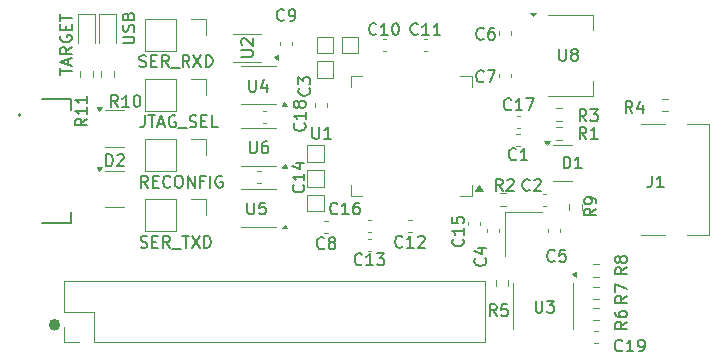
<source format=gbr>
%TF.GenerationSoftware,KiCad,Pcbnew,8.0.4-8.0.4-0~ubuntu24.04.1*%
%TF.CreationDate,2024-08-21T20:20:37-07:00*%
%TF.ProjectId,programmer,70726f67-7261-46d6-9d65-722e6b696361,1.0*%
%TF.SameCoordinates,Original*%
%TF.FileFunction,Legend,Top*%
%TF.FilePolarity,Positive*%
%FSLAX46Y46*%
G04 Gerber Fmt 4.6, Leading zero omitted, Abs format (unit mm)*
G04 Created by KiCad (PCBNEW 8.0.4-8.0.4-0~ubuntu24.04.1) date 2024-08-21 20:20:37*
%MOMM*%
%LPD*%
G01*
G04 APERTURE LIST*
%ADD10C,0.499264*%
%ADD11C,0.150000*%
%ADD12C,0.120000*%
%ADD13C,0.152400*%
%ADD14C,0.200000*%
G04 APERTURE END LIST*
D10*
X47749632Y-47300000D02*
G75*
G02*
X47250368Y-47300000I-249632J0D01*
G01*
X47250368Y-47300000D02*
G75*
G02*
X47749632Y-47300000I249632J0D01*
G01*
D11*
X47969819Y-26106077D02*
X47969819Y-25534649D01*
X48969819Y-25820363D02*
X47969819Y-25820363D01*
X48684104Y-25248934D02*
X48684104Y-24772744D01*
X48969819Y-25344172D02*
X47969819Y-25010839D01*
X47969819Y-25010839D02*
X48969819Y-24677506D01*
X48969819Y-23772744D02*
X48493628Y-24106077D01*
X48969819Y-24344172D02*
X47969819Y-24344172D01*
X47969819Y-24344172D02*
X47969819Y-23963220D01*
X47969819Y-23963220D02*
X48017438Y-23867982D01*
X48017438Y-23867982D02*
X48065057Y-23820363D01*
X48065057Y-23820363D02*
X48160295Y-23772744D01*
X48160295Y-23772744D02*
X48303152Y-23772744D01*
X48303152Y-23772744D02*
X48398390Y-23820363D01*
X48398390Y-23820363D02*
X48446009Y-23867982D01*
X48446009Y-23867982D02*
X48493628Y-23963220D01*
X48493628Y-23963220D02*
X48493628Y-24344172D01*
X48017438Y-22820363D02*
X47969819Y-22915601D01*
X47969819Y-22915601D02*
X47969819Y-23058458D01*
X47969819Y-23058458D02*
X48017438Y-23201315D01*
X48017438Y-23201315D02*
X48112676Y-23296553D01*
X48112676Y-23296553D02*
X48207914Y-23344172D01*
X48207914Y-23344172D02*
X48398390Y-23391791D01*
X48398390Y-23391791D02*
X48541247Y-23391791D01*
X48541247Y-23391791D02*
X48731723Y-23344172D01*
X48731723Y-23344172D02*
X48826961Y-23296553D01*
X48826961Y-23296553D02*
X48922200Y-23201315D01*
X48922200Y-23201315D02*
X48969819Y-23058458D01*
X48969819Y-23058458D02*
X48969819Y-22963220D01*
X48969819Y-22963220D02*
X48922200Y-22820363D01*
X48922200Y-22820363D02*
X48874580Y-22772744D01*
X48874580Y-22772744D02*
X48541247Y-22772744D01*
X48541247Y-22772744D02*
X48541247Y-22963220D01*
X48446009Y-22344172D02*
X48446009Y-22010839D01*
X48969819Y-21867982D02*
X48969819Y-22344172D01*
X48969819Y-22344172D02*
X47969819Y-22344172D01*
X47969819Y-22344172D02*
X47969819Y-21867982D01*
X47969819Y-21582267D02*
X47969819Y-21010839D01*
X48969819Y-21296553D02*
X47969819Y-21296553D01*
X54689160Y-25422200D02*
X54832017Y-25469819D01*
X54832017Y-25469819D02*
X55070112Y-25469819D01*
X55070112Y-25469819D02*
X55165350Y-25422200D01*
X55165350Y-25422200D02*
X55212969Y-25374580D01*
X55212969Y-25374580D02*
X55260588Y-25279342D01*
X55260588Y-25279342D02*
X55260588Y-25184104D01*
X55260588Y-25184104D02*
X55212969Y-25088866D01*
X55212969Y-25088866D02*
X55165350Y-25041247D01*
X55165350Y-25041247D02*
X55070112Y-24993628D01*
X55070112Y-24993628D02*
X54879636Y-24946009D01*
X54879636Y-24946009D02*
X54784398Y-24898390D01*
X54784398Y-24898390D02*
X54736779Y-24850771D01*
X54736779Y-24850771D02*
X54689160Y-24755533D01*
X54689160Y-24755533D02*
X54689160Y-24660295D01*
X54689160Y-24660295D02*
X54736779Y-24565057D01*
X54736779Y-24565057D02*
X54784398Y-24517438D01*
X54784398Y-24517438D02*
X54879636Y-24469819D01*
X54879636Y-24469819D02*
X55117731Y-24469819D01*
X55117731Y-24469819D02*
X55260588Y-24517438D01*
X55689160Y-24946009D02*
X56022493Y-24946009D01*
X56165350Y-25469819D02*
X55689160Y-25469819D01*
X55689160Y-25469819D02*
X55689160Y-24469819D01*
X55689160Y-24469819D02*
X56165350Y-24469819D01*
X57165350Y-25469819D02*
X56832017Y-24993628D01*
X56593922Y-25469819D02*
X56593922Y-24469819D01*
X56593922Y-24469819D02*
X56974874Y-24469819D01*
X56974874Y-24469819D02*
X57070112Y-24517438D01*
X57070112Y-24517438D02*
X57117731Y-24565057D01*
X57117731Y-24565057D02*
X57165350Y-24660295D01*
X57165350Y-24660295D02*
X57165350Y-24803152D01*
X57165350Y-24803152D02*
X57117731Y-24898390D01*
X57117731Y-24898390D02*
X57070112Y-24946009D01*
X57070112Y-24946009D02*
X56974874Y-24993628D01*
X56974874Y-24993628D02*
X56593922Y-24993628D01*
X57355827Y-25565057D02*
X58117731Y-25565057D01*
X58927255Y-25469819D02*
X58593922Y-24993628D01*
X58355827Y-25469819D02*
X58355827Y-24469819D01*
X58355827Y-24469819D02*
X58736779Y-24469819D01*
X58736779Y-24469819D02*
X58832017Y-24517438D01*
X58832017Y-24517438D02*
X58879636Y-24565057D01*
X58879636Y-24565057D02*
X58927255Y-24660295D01*
X58927255Y-24660295D02*
X58927255Y-24803152D01*
X58927255Y-24803152D02*
X58879636Y-24898390D01*
X58879636Y-24898390D02*
X58832017Y-24946009D01*
X58832017Y-24946009D02*
X58736779Y-24993628D01*
X58736779Y-24993628D02*
X58355827Y-24993628D01*
X59260589Y-24469819D02*
X59927255Y-25469819D01*
X59927255Y-24469819D02*
X59260589Y-25469819D01*
X60308208Y-25469819D02*
X60308208Y-24469819D01*
X60308208Y-24469819D02*
X60546303Y-24469819D01*
X60546303Y-24469819D02*
X60689160Y-24517438D01*
X60689160Y-24517438D02*
X60784398Y-24612676D01*
X60784398Y-24612676D02*
X60832017Y-24707914D01*
X60832017Y-24707914D02*
X60879636Y-24898390D01*
X60879636Y-24898390D02*
X60879636Y-25041247D01*
X60879636Y-25041247D02*
X60832017Y-25231723D01*
X60832017Y-25231723D02*
X60784398Y-25326961D01*
X60784398Y-25326961D02*
X60689160Y-25422200D01*
X60689160Y-25422200D02*
X60546303Y-25469819D01*
X60546303Y-25469819D02*
X60308208Y-25469819D01*
X55408207Y-35669819D02*
X55074874Y-35193628D01*
X54836779Y-35669819D02*
X54836779Y-34669819D01*
X54836779Y-34669819D02*
X55217731Y-34669819D01*
X55217731Y-34669819D02*
X55312969Y-34717438D01*
X55312969Y-34717438D02*
X55360588Y-34765057D01*
X55360588Y-34765057D02*
X55408207Y-34860295D01*
X55408207Y-34860295D02*
X55408207Y-35003152D01*
X55408207Y-35003152D02*
X55360588Y-35098390D01*
X55360588Y-35098390D02*
X55312969Y-35146009D01*
X55312969Y-35146009D02*
X55217731Y-35193628D01*
X55217731Y-35193628D02*
X54836779Y-35193628D01*
X55836779Y-35146009D02*
X56170112Y-35146009D01*
X56312969Y-35669819D02*
X55836779Y-35669819D01*
X55836779Y-35669819D02*
X55836779Y-34669819D01*
X55836779Y-34669819D02*
X56312969Y-34669819D01*
X57312969Y-35574580D02*
X57265350Y-35622200D01*
X57265350Y-35622200D02*
X57122493Y-35669819D01*
X57122493Y-35669819D02*
X57027255Y-35669819D01*
X57027255Y-35669819D02*
X56884398Y-35622200D01*
X56884398Y-35622200D02*
X56789160Y-35526961D01*
X56789160Y-35526961D02*
X56741541Y-35431723D01*
X56741541Y-35431723D02*
X56693922Y-35241247D01*
X56693922Y-35241247D02*
X56693922Y-35098390D01*
X56693922Y-35098390D02*
X56741541Y-34907914D01*
X56741541Y-34907914D02*
X56789160Y-34812676D01*
X56789160Y-34812676D02*
X56884398Y-34717438D01*
X56884398Y-34717438D02*
X57027255Y-34669819D01*
X57027255Y-34669819D02*
X57122493Y-34669819D01*
X57122493Y-34669819D02*
X57265350Y-34717438D01*
X57265350Y-34717438D02*
X57312969Y-34765057D01*
X57932017Y-34669819D02*
X58122493Y-34669819D01*
X58122493Y-34669819D02*
X58217731Y-34717438D01*
X58217731Y-34717438D02*
X58312969Y-34812676D01*
X58312969Y-34812676D02*
X58360588Y-35003152D01*
X58360588Y-35003152D02*
X58360588Y-35336485D01*
X58360588Y-35336485D02*
X58312969Y-35526961D01*
X58312969Y-35526961D02*
X58217731Y-35622200D01*
X58217731Y-35622200D02*
X58122493Y-35669819D01*
X58122493Y-35669819D02*
X57932017Y-35669819D01*
X57932017Y-35669819D02*
X57836779Y-35622200D01*
X57836779Y-35622200D02*
X57741541Y-35526961D01*
X57741541Y-35526961D02*
X57693922Y-35336485D01*
X57693922Y-35336485D02*
X57693922Y-35003152D01*
X57693922Y-35003152D02*
X57741541Y-34812676D01*
X57741541Y-34812676D02*
X57836779Y-34717438D01*
X57836779Y-34717438D02*
X57932017Y-34669819D01*
X58789160Y-35669819D02*
X58789160Y-34669819D01*
X58789160Y-34669819D02*
X59360588Y-35669819D01*
X59360588Y-35669819D02*
X59360588Y-34669819D01*
X60170112Y-35146009D02*
X59836779Y-35146009D01*
X59836779Y-35669819D02*
X59836779Y-34669819D01*
X59836779Y-34669819D02*
X60312969Y-34669819D01*
X60693922Y-35669819D02*
X60693922Y-34669819D01*
X61693921Y-34717438D02*
X61598683Y-34669819D01*
X61598683Y-34669819D02*
X61455826Y-34669819D01*
X61455826Y-34669819D02*
X61312969Y-34717438D01*
X61312969Y-34717438D02*
X61217731Y-34812676D01*
X61217731Y-34812676D02*
X61170112Y-34907914D01*
X61170112Y-34907914D02*
X61122493Y-35098390D01*
X61122493Y-35098390D02*
X61122493Y-35241247D01*
X61122493Y-35241247D02*
X61170112Y-35431723D01*
X61170112Y-35431723D02*
X61217731Y-35526961D01*
X61217731Y-35526961D02*
X61312969Y-35622200D01*
X61312969Y-35622200D02*
X61455826Y-35669819D01*
X61455826Y-35669819D02*
X61551064Y-35669819D01*
X61551064Y-35669819D02*
X61693921Y-35622200D01*
X61693921Y-35622200D02*
X61741540Y-35574580D01*
X61741540Y-35574580D02*
X61741540Y-35241247D01*
X61741540Y-35241247D02*
X61551064Y-35241247D01*
X55122493Y-29569819D02*
X55122493Y-30284104D01*
X55122493Y-30284104D02*
X55074874Y-30426961D01*
X55074874Y-30426961D02*
X54979636Y-30522200D01*
X54979636Y-30522200D02*
X54836779Y-30569819D01*
X54836779Y-30569819D02*
X54741541Y-30569819D01*
X55455827Y-29569819D02*
X56027255Y-29569819D01*
X55741541Y-30569819D02*
X55741541Y-29569819D01*
X56312970Y-30284104D02*
X56789160Y-30284104D01*
X56217732Y-30569819D02*
X56551065Y-29569819D01*
X56551065Y-29569819D02*
X56884398Y-30569819D01*
X57741541Y-29617438D02*
X57646303Y-29569819D01*
X57646303Y-29569819D02*
X57503446Y-29569819D01*
X57503446Y-29569819D02*
X57360589Y-29617438D01*
X57360589Y-29617438D02*
X57265351Y-29712676D01*
X57265351Y-29712676D02*
X57217732Y-29807914D01*
X57217732Y-29807914D02*
X57170113Y-29998390D01*
X57170113Y-29998390D02*
X57170113Y-30141247D01*
X57170113Y-30141247D02*
X57217732Y-30331723D01*
X57217732Y-30331723D02*
X57265351Y-30426961D01*
X57265351Y-30426961D02*
X57360589Y-30522200D01*
X57360589Y-30522200D02*
X57503446Y-30569819D01*
X57503446Y-30569819D02*
X57598684Y-30569819D01*
X57598684Y-30569819D02*
X57741541Y-30522200D01*
X57741541Y-30522200D02*
X57789160Y-30474580D01*
X57789160Y-30474580D02*
X57789160Y-30141247D01*
X57789160Y-30141247D02*
X57598684Y-30141247D01*
X57979637Y-30665057D02*
X58741541Y-30665057D01*
X58932018Y-30522200D02*
X59074875Y-30569819D01*
X59074875Y-30569819D02*
X59312970Y-30569819D01*
X59312970Y-30569819D02*
X59408208Y-30522200D01*
X59408208Y-30522200D02*
X59455827Y-30474580D01*
X59455827Y-30474580D02*
X59503446Y-30379342D01*
X59503446Y-30379342D02*
X59503446Y-30284104D01*
X59503446Y-30284104D02*
X59455827Y-30188866D01*
X59455827Y-30188866D02*
X59408208Y-30141247D01*
X59408208Y-30141247D02*
X59312970Y-30093628D01*
X59312970Y-30093628D02*
X59122494Y-30046009D01*
X59122494Y-30046009D02*
X59027256Y-29998390D01*
X59027256Y-29998390D02*
X58979637Y-29950771D01*
X58979637Y-29950771D02*
X58932018Y-29855533D01*
X58932018Y-29855533D02*
X58932018Y-29760295D01*
X58932018Y-29760295D02*
X58979637Y-29665057D01*
X58979637Y-29665057D02*
X59027256Y-29617438D01*
X59027256Y-29617438D02*
X59122494Y-29569819D01*
X59122494Y-29569819D02*
X59360589Y-29569819D01*
X59360589Y-29569819D02*
X59503446Y-29617438D01*
X59932018Y-30046009D02*
X60265351Y-30046009D01*
X60408208Y-30569819D02*
X59932018Y-30569819D01*
X59932018Y-30569819D02*
X59932018Y-29569819D01*
X59932018Y-29569819D02*
X60408208Y-29569819D01*
X61312970Y-30569819D02*
X60836780Y-30569819D01*
X60836780Y-30569819D02*
X60836780Y-29569819D01*
X53269819Y-23463220D02*
X54079342Y-23463220D01*
X54079342Y-23463220D02*
X54174580Y-23415601D01*
X54174580Y-23415601D02*
X54222200Y-23367982D01*
X54222200Y-23367982D02*
X54269819Y-23272744D01*
X54269819Y-23272744D02*
X54269819Y-23082268D01*
X54269819Y-23082268D02*
X54222200Y-22987030D01*
X54222200Y-22987030D02*
X54174580Y-22939411D01*
X54174580Y-22939411D02*
X54079342Y-22891792D01*
X54079342Y-22891792D02*
X53269819Y-22891792D01*
X54222200Y-22463220D02*
X54269819Y-22320363D01*
X54269819Y-22320363D02*
X54269819Y-22082268D01*
X54269819Y-22082268D02*
X54222200Y-21987030D01*
X54222200Y-21987030D02*
X54174580Y-21939411D01*
X54174580Y-21939411D02*
X54079342Y-21891792D01*
X54079342Y-21891792D02*
X53984104Y-21891792D01*
X53984104Y-21891792D02*
X53888866Y-21939411D01*
X53888866Y-21939411D02*
X53841247Y-21987030D01*
X53841247Y-21987030D02*
X53793628Y-22082268D01*
X53793628Y-22082268D02*
X53746009Y-22272744D01*
X53746009Y-22272744D02*
X53698390Y-22367982D01*
X53698390Y-22367982D02*
X53650771Y-22415601D01*
X53650771Y-22415601D02*
X53555533Y-22463220D01*
X53555533Y-22463220D02*
X53460295Y-22463220D01*
X53460295Y-22463220D02*
X53365057Y-22415601D01*
X53365057Y-22415601D02*
X53317438Y-22367982D01*
X53317438Y-22367982D02*
X53269819Y-22272744D01*
X53269819Y-22272744D02*
X53269819Y-22034649D01*
X53269819Y-22034649D02*
X53317438Y-21891792D01*
X53746009Y-21129887D02*
X53793628Y-20987030D01*
X53793628Y-20987030D02*
X53841247Y-20939411D01*
X53841247Y-20939411D02*
X53936485Y-20891792D01*
X53936485Y-20891792D02*
X54079342Y-20891792D01*
X54079342Y-20891792D02*
X54174580Y-20939411D01*
X54174580Y-20939411D02*
X54222200Y-20987030D01*
X54222200Y-20987030D02*
X54269819Y-21082268D01*
X54269819Y-21082268D02*
X54269819Y-21463220D01*
X54269819Y-21463220D02*
X53269819Y-21463220D01*
X53269819Y-21463220D02*
X53269819Y-21129887D01*
X53269819Y-21129887D02*
X53317438Y-21034649D01*
X53317438Y-21034649D02*
X53365057Y-20987030D01*
X53365057Y-20987030D02*
X53460295Y-20939411D01*
X53460295Y-20939411D02*
X53555533Y-20939411D01*
X53555533Y-20939411D02*
X53650771Y-20987030D01*
X53650771Y-20987030D02*
X53698390Y-21034649D01*
X53698390Y-21034649D02*
X53746009Y-21129887D01*
X53746009Y-21129887D02*
X53746009Y-21463220D01*
X54789160Y-40722200D02*
X54932017Y-40769819D01*
X54932017Y-40769819D02*
X55170112Y-40769819D01*
X55170112Y-40769819D02*
X55265350Y-40722200D01*
X55265350Y-40722200D02*
X55312969Y-40674580D01*
X55312969Y-40674580D02*
X55360588Y-40579342D01*
X55360588Y-40579342D02*
X55360588Y-40484104D01*
X55360588Y-40484104D02*
X55312969Y-40388866D01*
X55312969Y-40388866D02*
X55265350Y-40341247D01*
X55265350Y-40341247D02*
X55170112Y-40293628D01*
X55170112Y-40293628D02*
X54979636Y-40246009D01*
X54979636Y-40246009D02*
X54884398Y-40198390D01*
X54884398Y-40198390D02*
X54836779Y-40150771D01*
X54836779Y-40150771D02*
X54789160Y-40055533D01*
X54789160Y-40055533D02*
X54789160Y-39960295D01*
X54789160Y-39960295D02*
X54836779Y-39865057D01*
X54836779Y-39865057D02*
X54884398Y-39817438D01*
X54884398Y-39817438D02*
X54979636Y-39769819D01*
X54979636Y-39769819D02*
X55217731Y-39769819D01*
X55217731Y-39769819D02*
X55360588Y-39817438D01*
X55789160Y-40246009D02*
X56122493Y-40246009D01*
X56265350Y-40769819D02*
X55789160Y-40769819D01*
X55789160Y-40769819D02*
X55789160Y-39769819D01*
X55789160Y-39769819D02*
X56265350Y-39769819D01*
X57265350Y-40769819D02*
X56932017Y-40293628D01*
X56693922Y-40769819D02*
X56693922Y-39769819D01*
X56693922Y-39769819D02*
X57074874Y-39769819D01*
X57074874Y-39769819D02*
X57170112Y-39817438D01*
X57170112Y-39817438D02*
X57217731Y-39865057D01*
X57217731Y-39865057D02*
X57265350Y-39960295D01*
X57265350Y-39960295D02*
X57265350Y-40103152D01*
X57265350Y-40103152D02*
X57217731Y-40198390D01*
X57217731Y-40198390D02*
X57170112Y-40246009D01*
X57170112Y-40246009D02*
X57074874Y-40293628D01*
X57074874Y-40293628D02*
X56693922Y-40293628D01*
X57455827Y-40865057D02*
X58217731Y-40865057D01*
X58312970Y-39769819D02*
X58884398Y-39769819D01*
X58598684Y-40769819D02*
X58598684Y-39769819D01*
X59122494Y-39769819D02*
X59789160Y-40769819D01*
X59789160Y-39769819D02*
X59122494Y-40769819D01*
X60170113Y-40769819D02*
X60170113Y-39769819D01*
X60170113Y-39769819D02*
X60408208Y-39769819D01*
X60408208Y-39769819D02*
X60551065Y-39817438D01*
X60551065Y-39817438D02*
X60646303Y-39912676D01*
X60646303Y-39912676D02*
X60693922Y-40007914D01*
X60693922Y-40007914D02*
X60741541Y-40198390D01*
X60741541Y-40198390D02*
X60741541Y-40341247D01*
X60741541Y-40341247D02*
X60693922Y-40531723D01*
X60693922Y-40531723D02*
X60646303Y-40626961D01*
X60646303Y-40626961D02*
X60551065Y-40722200D01*
X60551065Y-40722200D02*
X60408208Y-40769819D01*
X60408208Y-40769819D02*
X60170113Y-40769819D01*
X71457142Y-37859580D02*
X71409523Y-37907200D01*
X71409523Y-37907200D02*
X71266666Y-37954819D01*
X71266666Y-37954819D02*
X71171428Y-37954819D01*
X71171428Y-37954819D02*
X71028571Y-37907200D01*
X71028571Y-37907200D02*
X70933333Y-37811961D01*
X70933333Y-37811961D02*
X70885714Y-37716723D01*
X70885714Y-37716723D02*
X70838095Y-37526247D01*
X70838095Y-37526247D02*
X70838095Y-37383390D01*
X70838095Y-37383390D02*
X70885714Y-37192914D01*
X70885714Y-37192914D02*
X70933333Y-37097676D01*
X70933333Y-37097676D02*
X71028571Y-37002438D01*
X71028571Y-37002438D02*
X71171428Y-36954819D01*
X71171428Y-36954819D02*
X71266666Y-36954819D01*
X71266666Y-36954819D02*
X71409523Y-37002438D01*
X71409523Y-37002438D02*
X71457142Y-37050057D01*
X72409523Y-37954819D02*
X71838095Y-37954819D01*
X72123809Y-37954819D02*
X72123809Y-36954819D01*
X72123809Y-36954819D02*
X72028571Y-37097676D01*
X72028571Y-37097676D02*
X71933333Y-37192914D01*
X71933333Y-37192914D02*
X71838095Y-37240533D01*
X73266666Y-36954819D02*
X73076190Y-36954819D01*
X73076190Y-36954819D02*
X72980952Y-37002438D01*
X72980952Y-37002438D02*
X72933333Y-37050057D01*
X72933333Y-37050057D02*
X72838095Y-37192914D01*
X72838095Y-37192914D02*
X72790476Y-37383390D01*
X72790476Y-37383390D02*
X72790476Y-37764342D01*
X72790476Y-37764342D02*
X72838095Y-37859580D01*
X72838095Y-37859580D02*
X72885714Y-37907200D01*
X72885714Y-37907200D02*
X72980952Y-37954819D01*
X72980952Y-37954819D02*
X73171428Y-37954819D01*
X73171428Y-37954819D02*
X73266666Y-37907200D01*
X73266666Y-37907200D02*
X73314285Y-37859580D01*
X73314285Y-37859580D02*
X73361904Y-37764342D01*
X73361904Y-37764342D02*
X73361904Y-37526247D01*
X73361904Y-37526247D02*
X73314285Y-37431009D01*
X73314285Y-37431009D02*
X73266666Y-37383390D01*
X73266666Y-37383390D02*
X73171428Y-37335771D01*
X73171428Y-37335771D02*
X72980952Y-37335771D01*
X72980952Y-37335771D02*
X72885714Y-37383390D01*
X72885714Y-37383390D02*
X72838095Y-37431009D01*
X72838095Y-37431009D02*
X72790476Y-37526247D01*
X95954819Y-47041666D02*
X95478628Y-47374999D01*
X95954819Y-47613094D02*
X94954819Y-47613094D01*
X94954819Y-47613094D02*
X94954819Y-47232142D01*
X94954819Y-47232142D02*
X95002438Y-47136904D01*
X95002438Y-47136904D02*
X95050057Y-47089285D01*
X95050057Y-47089285D02*
X95145295Y-47041666D01*
X95145295Y-47041666D02*
X95288152Y-47041666D01*
X95288152Y-47041666D02*
X95383390Y-47089285D01*
X95383390Y-47089285D02*
X95431009Y-47136904D01*
X95431009Y-47136904D02*
X95478628Y-47232142D01*
X95478628Y-47232142D02*
X95478628Y-47613094D01*
X94954819Y-46184523D02*
X94954819Y-46374999D01*
X94954819Y-46374999D02*
X95002438Y-46470237D01*
X95002438Y-46470237D02*
X95050057Y-46517856D01*
X95050057Y-46517856D02*
X95192914Y-46613094D01*
X95192914Y-46613094D02*
X95383390Y-46660713D01*
X95383390Y-46660713D02*
X95764342Y-46660713D01*
X95764342Y-46660713D02*
X95859580Y-46613094D01*
X95859580Y-46613094D02*
X95907200Y-46565475D01*
X95907200Y-46565475D02*
X95954819Y-46470237D01*
X95954819Y-46470237D02*
X95954819Y-46279761D01*
X95954819Y-46279761D02*
X95907200Y-46184523D01*
X95907200Y-46184523D02*
X95859580Y-46136904D01*
X95859580Y-46136904D02*
X95764342Y-46089285D01*
X95764342Y-46089285D02*
X95526247Y-46089285D01*
X95526247Y-46089285D02*
X95431009Y-46136904D01*
X95431009Y-46136904D02*
X95383390Y-46184523D01*
X95383390Y-46184523D02*
X95335771Y-46279761D01*
X95335771Y-46279761D02*
X95335771Y-46470237D01*
X95335771Y-46470237D02*
X95383390Y-46565475D01*
X95383390Y-46565475D02*
X95431009Y-46613094D01*
X95431009Y-46613094D02*
X95526247Y-46660713D01*
X95954819Y-42441666D02*
X95478628Y-42774999D01*
X95954819Y-43013094D02*
X94954819Y-43013094D01*
X94954819Y-43013094D02*
X94954819Y-42632142D01*
X94954819Y-42632142D02*
X95002438Y-42536904D01*
X95002438Y-42536904D02*
X95050057Y-42489285D01*
X95050057Y-42489285D02*
X95145295Y-42441666D01*
X95145295Y-42441666D02*
X95288152Y-42441666D01*
X95288152Y-42441666D02*
X95383390Y-42489285D01*
X95383390Y-42489285D02*
X95431009Y-42536904D01*
X95431009Y-42536904D02*
X95478628Y-42632142D01*
X95478628Y-42632142D02*
X95478628Y-43013094D01*
X95383390Y-41870237D02*
X95335771Y-41965475D01*
X95335771Y-41965475D02*
X95288152Y-42013094D01*
X95288152Y-42013094D02*
X95192914Y-42060713D01*
X95192914Y-42060713D02*
X95145295Y-42060713D01*
X95145295Y-42060713D02*
X95050057Y-42013094D01*
X95050057Y-42013094D02*
X95002438Y-41965475D01*
X95002438Y-41965475D02*
X94954819Y-41870237D01*
X94954819Y-41870237D02*
X94954819Y-41679761D01*
X94954819Y-41679761D02*
X95002438Y-41584523D01*
X95002438Y-41584523D02*
X95050057Y-41536904D01*
X95050057Y-41536904D02*
X95145295Y-41489285D01*
X95145295Y-41489285D02*
X95192914Y-41489285D01*
X95192914Y-41489285D02*
X95288152Y-41536904D01*
X95288152Y-41536904D02*
X95335771Y-41584523D01*
X95335771Y-41584523D02*
X95383390Y-41679761D01*
X95383390Y-41679761D02*
X95383390Y-41870237D01*
X95383390Y-41870237D02*
X95431009Y-41965475D01*
X95431009Y-41965475D02*
X95478628Y-42013094D01*
X95478628Y-42013094D02*
X95573866Y-42060713D01*
X95573866Y-42060713D02*
X95764342Y-42060713D01*
X95764342Y-42060713D02*
X95859580Y-42013094D01*
X95859580Y-42013094D02*
X95907200Y-41965475D01*
X95907200Y-41965475D02*
X95954819Y-41870237D01*
X95954819Y-41870237D02*
X95954819Y-41679761D01*
X95954819Y-41679761D02*
X95907200Y-41584523D01*
X95907200Y-41584523D02*
X95859580Y-41536904D01*
X95859580Y-41536904D02*
X95764342Y-41489285D01*
X95764342Y-41489285D02*
X95573866Y-41489285D01*
X95573866Y-41489285D02*
X95478628Y-41536904D01*
X95478628Y-41536904D02*
X95431009Y-41584523D01*
X95431009Y-41584523D02*
X95383390Y-41679761D01*
X74757142Y-22659580D02*
X74709523Y-22707200D01*
X74709523Y-22707200D02*
X74566666Y-22754819D01*
X74566666Y-22754819D02*
X74471428Y-22754819D01*
X74471428Y-22754819D02*
X74328571Y-22707200D01*
X74328571Y-22707200D02*
X74233333Y-22611961D01*
X74233333Y-22611961D02*
X74185714Y-22516723D01*
X74185714Y-22516723D02*
X74138095Y-22326247D01*
X74138095Y-22326247D02*
X74138095Y-22183390D01*
X74138095Y-22183390D02*
X74185714Y-21992914D01*
X74185714Y-21992914D02*
X74233333Y-21897676D01*
X74233333Y-21897676D02*
X74328571Y-21802438D01*
X74328571Y-21802438D02*
X74471428Y-21754819D01*
X74471428Y-21754819D02*
X74566666Y-21754819D01*
X74566666Y-21754819D02*
X74709523Y-21802438D01*
X74709523Y-21802438D02*
X74757142Y-21850057D01*
X75709523Y-22754819D02*
X75138095Y-22754819D01*
X75423809Y-22754819D02*
X75423809Y-21754819D01*
X75423809Y-21754819D02*
X75328571Y-21897676D01*
X75328571Y-21897676D02*
X75233333Y-21992914D01*
X75233333Y-21992914D02*
X75138095Y-22040533D01*
X76328571Y-21754819D02*
X76423809Y-21754819D01*
X76423809Y-21754819D02*
X76519047Y-21802438D01*
X76519047Y-21802438D02*
X76566666Y-21850057D01*
X76566666Y-21850057D02*
X76614285Y-21945295D01*
X76614285Y-21945295D02*
X76661904Y-22135771D01*
X76661904Y-22135771D02*
X76661904Y-22373866D01*
X76661904Y-22373866D02*
X76614285Y-22564342D01*
X76614285Y-22564342D02*
X76566666Y-22659580D01*
X76566666Y-22659580D02*
X76519047Y-22707200D01*
X76519047Y-22707200D02*
X76423809Y-22754819D01*
X76423809Y-22754819D02*
X76328571Y-22754819D01*
X76328571Y-22754819D02*
X76233333Y-22707200D01*
X76233333Y-22707200D02*
X76185714Y-22659580D01*
X76185714Y-22659580D02*
X76138095Y-22564342D01*
X76138095Y-22564342D02*
X76090476Y-22373866D01*
X76090476Y-22373866D02*
X76090476Y-22135771D01*
X76090476Y-22135771D02*
X76138095Y-21945295D01*
X76138095Y-21945295D02*
X76185714Y-21850057D01*
X76185714Y-21850057D02*
X76233333Y-21802438D01*
X76233333Y-21802438D02*
X76328571Y-21754819D01*
X66933333Y-21459580D02*
X66885714Y-21507200D01*
X66885714Y-21507200D02*
X66742857Y-21554819D01*
X66742857Y-21554819D02*
X66647619Y-21554819D01*
X66647619Y-21554819D02*
X66504762Y-21507200D01*
X66504762Y-21507200D02*
X66409524Y-21411961D01*
X66409524Y-21411961D02*
X66361905Y-21316723D01*
X66361905Y-21316723D02*
X66314286Y-21126247D01*
X66314286Y-21126247D02*
X66314286Y-20983390D01*
X66314286Y-20983390D02*
X66361905Y-20792914D01*
X66361905Y-20792914D02*
X66409524Y-20697676D01*
X66409524Y-20697676D02*
X66504762Y-20602438D01*
X66504762Y-20602438D02*
X66647619Y-20554819D01*
X66647619Y-20554819D02*
X66742857Y-20554819D01*
X66742857Y-20554819D02*
X66885714Y-20602438D01*
X66885714Y-20602438D02*
X66933333Y-20650057D01*
X67409524Y-21554819D02*
X67600000Y-21554819D01*
X67600000Y-21554819D02*
X67695238Y-21507200D01*
X67695238Y-21507200D02*
X67742857Y-21459580D01*
X67742857Y-21459580D02*
X67838095Y-21316723D01*
X67838095Y-21316723D02*
X67885714Y-21126247D01*
X67885714Y-21126247D02*
X67885714Y-20745295D01*
X67885714Y-20745295D02*
X67838095Y-20650057D01*
X67838095Y-20650057D02*
X67790476Y-20602438D01*
X67790476Y-20602438D02*
X67695238Y-20554819D01*
X67695238Y-20554819D02*
X67504762Y-20554819D01*
X67504762Y-20554819D02*
X67409524Y-20602438D01*
X67409524Y-20602438D02*
X67361905Y-20650057D01*
X67361905Y-20650057D02*
X67314286Y-20745295D01*
X67314286Y-20745295D02*
X67314286Y-20983390D01*
X67314286Y-20983390D02*
X67361905Y-21078628D01*
X67361905Y-21078628D02*
X67409524Y-21126247D01*
X67409524Y-21126247D02*
X67504762Y-21173866D01*
X67504762Y-21173866D02*
X67695238Y-21173866D01*
X67695238Y-21173866D02*
X67790476Y-21126247D01*
X67790476Y-21126247D02*
X67838095Y-21078628D01*
X67838095Y-21078628D02*
X67885714Y-20983390D01*
X83959580Y-41666666D02*
X84007200Y-41714285D01*
X84007200Y-41714285D02*
X84054819Y-41857142D01*
X84054819Y-41857142D02*
X84054819Y-41952380D01*
X84054819Y-41952380D02*
X84007200Y-42095237D01*
X84007200Y-42095237D02*
X83911961Y-42190475D01*
X83911961Y-42190475D02*
X83816723Y-42238094D01*
X83816723Y-42238094D02*
X83626247Y-42285713D01*
X83626247Y-42285713D02*
X83483390Y-42285713D01*
X83483390Y-42285713D02*
X83292914Y-42238094D01*
X83292914Y-42238094D02*
X83197676Y-42190475D01*
X83197676Y-42190475D02*
X83102438Y-42095237D01*
X83102438Y-42095237D02*
X83054819Y-41952380D01*
X83054819Y-41952380D02*
X83054819Y-41857142D01*
X83054819Y-41857142D02*
X83102438Y-41714285D01*
X83102438Y-41714285D02*
X83150057Y-41666666D01*
X83388152Y-40809523D02*
X84054819Y-40809523D01*
X83007200Y-41047618D02*
X83721485Y-41285713D01*
X83721485Y-41285713D02*
X83721485Y-40666666D01*
X83833333Y-26659580D02*
X83785714Y-26707200D01*
X83785714Y-26707200D02*
X83642857Y-26754819D01*
X83642857Y-26754819D02*
X83547619Y-26754819D01*
X83547619Y-26754819D02*
X83404762Y-26707200D01*
X83404762Y-26707200D02*
X83309524Y-26611961D01*
X83309524Y-26611961D02*
X83261905Y-26516723D01*
X83261905Y-26516723D02*
X83214286Y-26326247D01*
X83214286Y-26326247D02*
X83214286Y-26183390D01*
X83214286Y-26183390D02*
X83261905Y-25992914D01*
X83261905Y-25992914D02*
X83309524Y-25897676D01*
X83309524Y-25897676D02*
X83404762Y-25802438D01*
X83404762Y-25802438D02*
X83547619Y-25754819D01*
X83547619Y-25754819D02*
X83642857Y-25754819D01*
X83642857Y-25754819D02*
X83785714Y-25802438D01*
X83785714Y-25802438D02*
X83833333Y-25850057D01*
X84166667Y-25754819D02*
X84833333Y-25754819D01*
X84833333Y-25754819D02*
X84404762Y-26754819D01*
X73519642Y-42159580D02*
X73472023Y-42207200D01*
X73472023Y-42207200D02*
X73329166Y-42254819D01*
X73329166Y-42254819D02*
X73233928Y-42254819D01*
X73233928Y-42254819D02*
X73091071Y-42207200D01*
X73091071Y-42207200D02*
X72995833Y-42111961D01*
X72995833Y-42111961D02*
X72948214Y-42016723D01*
X72948214Y-42016723D02*
X72900595Y-41826247D01*
X72900595Y-41826247D02*
X72900595Y-41683390D01*
X72900595Y-41683390D02*
X72948214Y-41492914D01*
X72948214Y-41492914D02*
X72995833Y-41397676D01*
X72995833Y-41397676D02*
X73091071Y-41302438D01*
X73091071Y-41302438D02*
X73233928Y-41254819D01*
X73233928Y-41254819D02*
X73329166Y-41254819D01*
X73329166Y-41254819D02*
X73472023Y-41302438D01*
X73472023Y-41302438D02*
X73519642Y-41350057D01*
X74472023Y-42254819D02*
X73900595Y-42254819D01*
X74186309Y-42254819D02*
X74186309Y-41254819D01*
X74186309Y-41254819D02*
X74091071Y-41397676D01*
X74091071Y-41397676D02*
X73995833Y-41492914D01*
X73995833Y-41492914D02*
X73900595Y-41540533D01*
X74805357Y-41254819D02*
X75424404Y-41254819D01*
X75424404Y-41254819D02*
X75091071Y-41635771D01*
X75091071Y-41635771D02*
X75233928Y-41635771D01*
X75233928Y-41635771D02*
X75329166Y-41683390D01*
X75329166Y-41683390D02*
X75376785Y-41731009D01*
X75376785Y-41731009D02*
X75424404Y-41826247D01*
X75424404Y-41826247D02*
X75424404Y-42064342D01*
X75424404Y-42064342D02*
X75376785Y-42159580D01*
X75376785Y-42159580D02*
X75329166Y-42207200D01*
X75329166Y-42207200D02*
X75233928Y-42254819D01*
X75233928Y-42254819D02*
X74948214Y-42254819D01*
X74948214Y-42254819D02*
X74852976Y-42207200D01*
X74852976Y-42207200D02*
X74805357Y-42159580D01*
X92533333Y-30054819D02*
X92200000Y-29578628D01*
X91961905Y-30054819D02*
X91961905Y-29054819D01*
X91961905Y-29054819D02*
X92342857Y-29054819D01*
X92342857Y-29054819D02*
X92438095Y-29102438D01*
X92438095Y-29102438D02*
X92485714Y-29150057D01*
X92485714Y-29150057D02*
X92533333Y-29245295D01*
X92533333Y-29245295D02*
X92533333Y-29388152D01*
X92533333Y-29388152D02*
X92485714Y-29483390D01*
X92485714Y-29483390D02*
X92438095Y-29531009D01*
X92438095Y-29531009D02*
X92342857Y-29578628D01*
X92342857Y-29578628D02*
X91961905Y-29578628D01*
X92866667Y-29054819D02*
X93485714Y-29054819D01*
X93485714Y-29054819D02*
X93152381Y-29435771D01*
X93152381Y-29435771D02*
X93295238Y-29435771D01*
X93295238Y-29435771D02*
X93390476Y-29483390D01*
X93390476Y-29483390D02*
X93438095Y-29531009D01*
X93438095Y-29531009D02*
X93485714Y-29626247D01*
X93485714Y-29626247D02*
X93485714Y-29864342D01*
X93485714Y-29864342D02*
X93438095Y-29959580D01*
X93438095Y-29959580D02*
X93390476Y-30007200D01*
X93390476Y-30007200D02*
X93295238Y-30054819D01*
X93295238Y-30054819D02*
X93009524Y-30054819D01*
X93009524Y-30054819D02*
X92914286Y-30007200D01*
X92914286Y-30007200D02*
X92866667Y-29959580D01*
X90238095Y-23954819D02*
X90238095Y-24764342D01*
X90238095Y-24764342D02*
X90285714Y-24859580D01*
X90285714Y-24859580D02*
X90333333Y-24907200D01*
X90333333Y-24907200D02*
X90428571Y-24954819D01*
X90428571Y-24954819D02*
X90619047Y-24954819D01*
X90619047Y-24954819D02*
X90714285Y-24907200D01*
X90714285Y-24907200D02*
X90761904Y-24859580D01*
X90761904Y-24859580D02*
X90809523Y-24764342D01*
X90809523Y-24764342D02*
X90809523Y-23954819D01*
X91428571Y-24383390D02*
X91333333Y-24335771D01*
X91333333Y-24335771D02*
X91285714Y-24288152D01*
X91285714Y-24288152D02*
X91238095Y-24192914D01*
X91238095Y-24192914D02*
X91238095Y-24145295D01*
X91238095Y-24145295D02*
X91285714Y-24050057D01*
X91285714Y-24050057D02*
X91333333Y-24002438D01*
X91333333Y-24002438D02*
X91428571Y-23954819D01*
X91428571Y-23954819D02*
X91619047Y-23954819D01*
X91619047Y-23954819D02*
X91714285Y-24002438D01*
X91714285Y-24002438D02*
X91761904Y-24050057D01*
X91761904Y-24050057D02*
X91809523Y-24145295D01*
X91809523Y-24145295D02*
X91809523Y-24192914D01*
X91809523Y-24192914D02*
X91761904Y-24288152D01*
X91761904Y-24288152D02*
X91714285Y-24335771D01*
X91714285Y-24335771D02*
X91619047Y-24383390D01*
X91619047Y-24383390D02*
X91428571Y-24383390D01*
X91428571Y-24383390D02*
X91333333Y-24431009D01*
X91333333Y-24431009D02*
X91285714Y-24478628D01*
X91285714Y-24478628D02*
X91238095Y-24573866D01*
X91238095Y-24573866D02*
X91238095Y-24764342D01*
X91238095Y-24764342D02*
X91285714Y-24859580D01*
X91285714Y-24859580D02*
X91333333Y-24907200D01*
X91333333Y-24907200D02*
X91428571Y-24954819D01*
X91428571Y-24954819D02*
X91619047Y-24954819D01*
X91619047Y-24954819D02*
X91714285Y-24907200D01*
X91714285Y-24907200D02*
X91761904Y-24859580D01*
X91761904Y-24859580D02*
X91809523Y-24764342D01*
X91809523Y-24764342D02*
X91809523Y-24573866D01*
X91809523Y-24573866D02*
X91761904Y-24478628D01*
X91761904Y-24478628D02*
X91714285Y-24431009D01*
X91714285Y-24431009D02*
X91619047Y-24383390D01*
X93354819Y-37466666D02*
X92878628Y-37799999D01*
X93354819Y-38038094D02*
X92354819Y-38038094D01*
X92354819Y-38038094D02*
X92354819Y-37657142D01*
X92354819Y-37657142D02*
X92402438Y-37561904D01*
X92402438Y-37561904D02*
X92450057Y-37514285D01*
X92450057Y-37514285D02*
X92545295Y-37466666D01*
X92545295Y-37466666D02*
X92688152Y-37466666D01*
X92688152Y-37466666D02*
X92783390Y-37514285D01*
X92783390Y-37514285D02*
X92831009Y-37561904D01*
X92831009Y-37561904D02*
X92878628Y-37657142D01*
X92878628Y-37657142D02*
X92878628Y-38038094D01*
X93354819Y-36990475D02*
X93354819Y-36799999D01*
X93354819Y-36799999D02*
X93307200Y-36704761D01*
X93307200Y-36704761D02*
X93259580Y-36657142D01*
X93259580Y-36657142D02*
X93116723Y-36561904D01*
X93116723Y-36561904D02*
X92926247Y-36514285D01*
X92926247Y-36514285D02*
X92545295Y-36514285D01*
X92545295Y-36514285D02*
X92450057Y-36561904D01*
X92450057Y-36561904D02*
X92402438Y-36609523D01*
X92402438Y-36609523D02*
X92354819Y-36704761D01*
X92354819Y-36704761D02*
X92354819Y-36895237D01*
X92354819Y-36895237D02*
X92402438Y-36990475D01*
X92402438Y-36990475D02*
X92450057Y-37038094D01*
X92450057Y-37038094D02*
X92545295Y-37085713D01*
X92545295Y-37085713D02*
X92783390Y-37085713D01*
X92783390Y-37085713D02*
X92878628Y-37038094D01*
X92878628Y-37038094D02*
X92926247Y-36990475D01*
X92926247Y-36990475D02*
X92973866Y-36895237D01*
X92973866Y-36895237D02*
X92973866Y-36704761D01*
X92973866Y-36704761D02*
X92926247Y-36609523D01*
X92926247Y-36609523D02*
X92878628Y-36561904D01*
X92878628Y-36561904D02*
X92783390Y-36514285D01*
X90611495Y-34059409D02*
X90611495Y-33059409D01*
X90611495Y-33059409D02*
X90849590Y-33059409D01*
X90849590Y-33059409D02*
X90992447Y-33107028D01*
X90992447Y-33107028D02*
X91087685Y-33202266D01*
X91087685Y-33202266D02*
X91135304Y-33297504D01*
X91135304Y-33297504D02*
X91182923Y-33487980D01*
X91182923Y-33487980D02*
X91182923Y-33630837D01*
X91182923Y-33630837D02*
X91135304Y-33821313D01*
X91135304Y-33821313D02*
X91087685Y-33916551D01*
X91087685Y-33916551D02*
X90992447Y-34011790D01*
X90992447Y-34011790D02*
X90849590Y-34059409D01*
X90849590Y-34059409D02*
X90611495Y-34059409D01*
X92135304Y-34059409D02*
X91563876Y-34059409D01*
X91849590Y-34059409D02*
X91849590Y-33059409D01*
X91849590Y-33059409D02*
X91754352Y-33202266D01*
X91754352Y-33202266D02*
X91659114Y-33297504D01*
X91659114Y-33297504D02*
X91563876Y-33345123D01*
X96433333Y-29354819D02*
X96100000Y-28878628D01*
X95861905Y-29354819D02*
X95861905Y-28354819D01*
X95861905Y-28354819D02*
X96242857Y-28354819D01*
X96242857Y-28354819D02*
X96338095Y-28402438D01*
X96338095Y-28402438D02*
X96385714Y-28450057D01*
X96385714Y-28450057D02*
X96433333Y-28545295D01*
X96433333Y-28545295D02*
X96433333Y-28688152D01*
X96433333Y-28688152D02*
X96385714Y-28783390D01*
X96385714Y-28783390D02*
X96338095Y-28831009D01*
X96338095Y-28831009D02*
X96242857Y-28878628D01*
X96242857Y-28878628D02*
X95861905Y-28878628D01*
X97290476Y-28688152D02*
X97290476Y-29354819D01*
X97052381Y-28307200D02*
X96814286Y-29021485D01*
X96814286Y-29021485D02*
X97433333Y-29021485D01*
X51861905Y-33854819D02*
X51861905Y-32854819D01*
X51861905Y-32854819D02*
X52100000Y-32854819D01*
X52100000Y-32854819D02*
X52242857Y-32902438D01*
X52242857Y-32902438D02*
X52338095Y-32997676D01*
X52338095Y-32997676D02*
X52385714Y-33092914D01*
X52385714Y-33092914D02*
X52433333Y-33283390D01*
X52433333Y-33283390D02*
X52433333Y-33426247D01*
X52433333Y-33426247D02*
X52385714Y-33616723D01*
X52385714Y-33616723D02*
X52338095Y-33711961D01*
X52338095Y-33711961D02*
X52242857Y-33807200D01*
X52242857Y-33807200D02*
X52100000Y-33854819D01*
X52100000Y-33854819D02*
X51861905Y-33854819D01*
X52814286Y-32950057D02*
X52861905Y-32902438D01*
X52861905Y-32902438D02*
X52957143Y-32854819D01*
X52957143Y-32854819D02*
X53195238Y-32854819D01*
X53195238Y-32854819D02*
X53290476Y-32902438D01*
X53290476Y-32902438D02*
X53338095Y-32950057D01*
X53338095Y-32950057D02*
X53385714Y-33045295D01*
X53385714Y-33045295D02*
X53385714Y-33140533D01*
X53385714Y-33140533D02*
X53338095Y-33283390D01*
X53338095Y-33283390D02*
X52766667Y-33854819D01*
X52766667Y-33854819D02*
X53385714Y-33854819D01*
X95954819Y-44841666D02*
X95478628Y-45174999D01*
X95954819Y-45413094D02*
X94954819Y-45413094D01*
X94954819Y-45413094D02*
X94954819Y-45032142D01*
X94954819Y-45032142D02*
X95002438Y-44936904D01*
X95002438Y-44936904D02*
X95050057Y-44889285D01*
X95050057Y-44889285D02*
X95145295Y-44841666D01*
X95145295Y-44841666D02*
X95288152Y-44841666D01*
X95288152Y-44841666D02*
X95383390Y-44889285D01*
X95383390Y-44889285D02*
X95431009Y-44936904D01*
X95431009Y-44936904D02*
X95478628Y-45032142D01*
X95478628Y-45032142D02*
X95478628Y-45413094D01*
X94954819Y-44508332D02*
X94954819Y-43841666D01*
X94954819Y-43841666D02*
X95954819Y-44270237D01*
X63838095Y-36954819D02*
X63838095Y-37764342D01*
X63838095Y-37764342D02*
X63885714Y-37859580D01*
X63885714Y-37859580D02*
X63933333Y-37907200D01*
X63933333Y-37907200D02*
X64028571Y-37954819D01*
X64028571Y-37954819D02*
X64219047Y-37954819D01*
X64219047Y-37954819D02*
X64314285Y-37907200D01*
X64314285Y-37907200D02*
X64361904Y-37859580D01*
X64361904Y-37859580D02*
X64409523Y-37764342D01*
X64409523Y-37764342D02*
X64409523Y-36954819D01*
X65361904Y-36954819D02*
X64885714Y-36954819D01*
X64885714Y-36954819D02*
X64838095Y-37431009D01*
X64838095Y-37431009D02*
X64885714Y-37383390D01*
X64885714Y-37383390D02*
X64980952Y-37335771D01*
X64980952Y-37335771D02*
X65219047Y-37335771D01*
X65219047Y-37335771D02*
X65314285Y-37383390D01*
X65314285Y-37383390D02*
X65361904Y-37431009D01*
X65361904Y-37431009D02*
X65409523Y-37526247D01*
X65409523Y-37526247D02*
X65409523Y-37764342D01*
X65409523Y-37764342D02*
X65361904Y-37859580D01*
X65361904Y-37859580D02*
X65314285Y-37907200D01*
X65314285Y-37907200D02*
X65219047Y-37954819D01*
X65219047Y-37954819D02*
X64980952Y-37954819D01*
X64980952Y-37954819D02*
X64885714Y-37907200D01*
X64885714Y-37907200D02*
X64838095Y-37859580D01*
X85433333Y-35954819D02*
X85100000Y-35478628D01*
X84861905Y-35954819D02*
X84861905Y-34954819D01*
X84861905Y-34954819D02*
X85242857Y-34954819D01*
X85242857Y-34954819D02*
X85338095Y-35002438D01*
X85338095Y-35002438D02*
X85385714Y-35050057D01*
X85385714Y-35050057D02*
X85433333Y-35145295D01*
X85433333Y-35145295D02*
X85433333Y-35288152D01*
X85433333Y-35288152D02*
X85385714Y-35383390D01*
X85385714Y-35383390D02*
X85338095Y-35431009D01*
X85338095Y-35431009D02*
X85242857Y-35478628D01*
X85242857Y-35478628D02*
X84861905Y-35478628D01*
X85814286Y-35050057D02*
X85861905Y-35002438D01*
X85861905Y-35002438D02*
X85957143Y-34954819D01*
X85957143Y-34954819D02*
X86195238Y-34954819D01*
X86195238Y-34954819D02*
X86290476Y-35002438D01*
X86290476Y-35002438D02*
X86338095Y-35050057D01*
X86338095Y-35050057D02*
X86385714Y-35145295D01*
X86385714Y-35145295D02*
X86385714Y-35240533D01*
X86385714Y-35240533D02*
X86338095Y-35383390D01*
X86338095Y-35383390D02*
X85766667Y-35954819D01*
X85766667Y-35954819D02*
X86385714Y-35954819D01*
X76957142Y-40659580D02*
X76909523Y-40707200D01*
X76909523Y-40707200D02*
X76766666Y-40754819D01*
X76766666Y-40754819D02*
X76671428Y-40754819D01*
X76671428Y-40754819D02*
X76528571Y-40707200D01*
X76528571Y-40707200D02*
X76433333Y-40611961D01*
X76433333Y-40611961D02*
X76385714Y-40516723D01*
X76385714Y-40516723D02*
X76338095Y-40326247D01*
X76338095Y-40326247D02*
X76338095Y-40183390D01*
X76338095Y-40183390D02*
X76385714Y-39992914D01*
X76385714Y-39992914D02*
X76433333Y-39897676D01*
X76433333Y-39897676D02*
X76528571Y-39802438D01*
X76528571Y-39802438D02*
X76671428Y-39754819D01*
X76671428Y-39754819D02*
X76766666Y-39754819D01*
X76766666Y-39754819D02*
X76909523Y-39802438D01*
X76909523Y-39802438D02*
X76957142Y-39850057D01*
X77909523Y-40754819D02*
X77338095Y-40754819D01*
X77623809Y-40754819D02*
X77623809Y-39754819D01*
X77623809Y-39754819D02*
X77528571Y-39897676D01*
X77528571Y-39897676D02*
X77433333Y-39992914D01*
X77433333Y-39992914D02*
X77338095Y-40040533D01*
X78290476Y-39850057D02*
X78338095Y-39802438D01*
X78338095Y-39802438D02*
X78433333Y-39754819D01*
X78433333Y-39754819D02*
X78671428Y-39754819D01*
X78671428Y-39754819D02*
X78766666Y-39802438D01*
X78766666Y-39802438D02*
X78814285Y-39850057D01*
X78814285Y-39850057D02*
X78861904Y-39945295D01*
X78861904Y-39945295D02*
X78861904Y-40040533D01*
X78861904Y-40040533D02*
X78814285Y-40183390D01*
X78814285Y-40183390D02*
X78242857Y-40754819D01*
X78242857Y-40754819D02*
X78861904Y-40754819D01*
X63988095Y-26554819D02*
X63988095Y-27364342D01*
X63988095Y-27364342D02*
X64035714Y-27459580D01*
X64035714Y-27459580D02*
X64083333Y-27507200D01*
X64083333Y-27507200D02*
X64178571Y-27554819D01*
X64178571Y-27554819D02*
X64369047Y-27554819D01*
X64369047Y-27554819D02*
X64464285Y-27507200D01*
X64464285Y-27507200D02*
X64511904Y-27459580D01*
X64511904Y-27459580D02*
X64559523Y-27364342D01*
X64559523Y-27364342D02*
X64559523Y-26554819D01*
X65464285Y-26888152D02*
X65464285Y-27554819D01*
X65226190Y-26507200D02*
X64988095Y-27221485D01*
X64988095Y-27221485D02*
X65607142Y-27221485D01*
X52857142Y-28854819D02*
X52523809Y-28378628D01*
X52285714Y-28854819D02*
X52285714Y-27854819D01*
X52285714Y-27854819D02*
X52666666Y-27854819D01*
X52666666Y-27854819D02*
X52761904Y-27902438D01*
X52761904Y-27902438D02*
X52809523Y-27950057D01*
X52809523Y-27950057D02*
X52857142Y-28045295D01*
X52857142Y-28045295D02*
X52857142Y-28188152D01*
X52857142Y-28188152D02*
X52809523Y-28283390D01*
X52809523Y-28283390D02*
X52761904Y-28331009D01*
X52761904Y-28331009D02*
X52666666Y-28378628D01*
X52666666Y-28378628D02*
X52285714Y-28378628D01*
X53809523Y-28854819D02*
X53238095Y-28854819D01*
X53523809Y-28854819D02*
X53523809Y-27854819D01*
X53523809Y-27854819D02*
X53428571Y-27997676D01*
X53428571Y-27997676D02*
X53333333Y-28092914D01*
X53333333Y-28092914D02*
X53238095Y-28140533D01*
X54428571Y-27854819D02*
X54523809Y-27854819D01*
X54523809Y-27854819D02*
X54619047Y-27902438D01*
X54619047Y-27902438D02*
X54666666Y-27950057D01*
X54666666Y-27950057D02*
X54714285Y-28045295D01*
X54714285Y-28045295D02*
X54761904Y-28235771D01*
X54761904Y-28235771D02*
X54761904Y-28473866D01*
X54761904Y-28473866D02*
X54714285Y-28664342D01*
X54714285Y-28664342D02*
X54666666Y-28759580D01*
X54666666Y-28759580D02*
X54619047Y-28807200D01*
X54619047Y-28807200D02*
X54523809Y-28854819D01*
X54523809Y-28854819D02*
X54428571Y-28854819D01*
X54428571Y-28854819D02*
X54333333Y-28807200D01*
X54333333Y-28807200D02*
X54285714Y-28759580D01*
X54285714Y-28759580D02*
X54238095Y-28664342D01*
X54238095Y-28664342D02*
X54190476Y-28473866D01*
X54190476Y-28473866D02*
X54190476Y-28235771D01*
X54190476Y-28235771D02*
X54238095Y-28045295D01*
X54238095Y-28045295D02*
X54285714Y-27950057D01*
X54285714Y-27950057D02*
X54333333Y-27902438D01*
X54333333Y-27902438D02*
X54428571Y-27854819D01*
X87733333Y-35859580D02*
X87685714Y-35907200D01*
X87685714Y-35907200D02*
X87542857Y-35954819D01*
X87542857Y-35954819D02*
X87447619Y-35954819D01*
X87447619Y-35954819D02*
X87304762Y-35907200D01*
X87304762Y-35907200D02*
X87209524Y-35811961D01*
X87209524Y-35811961D02*
X87161905Y-35716723D01*
X87161905Y-35716723D02*
X87114286Y-35526247D01*
X87114286Y-35526247D02*
X87114286Y-35383390D01*
X87114286Y-35383390D02*
X87161905Y-35192914D01*
X87161905Y-35192914D02*
X87209524Y-35097676D01*
X87209524Y-35097676D02*
X87304762Y-35002438D01*
X87304762Y-35002438D02*
X87447619Y-34954819D01*
X87447619Y-34954819D02*
X87542857Y-34954819D01*
X87542857Y-34954819D02*
X87685714Y-35002438D01*
X87685714Y-35002438D02*
X87733333Y-35050057D01*
X88114286Y-35050057D02*
X88161905Y-35002438D01*
X88161905Y-35002438D02*
X88257143Y-34954819D01*
X88257143Y-34954819D02*
X88495238Y-34954819D01*
X88495238Y-34954819D02*
X88590476Y-35002438D01*
X88590476Y-35002438D02*
X88638095Y-35050057D01*
X88638095Y-35050057D02*
X88685714Y-35145295D01*
X88685714Y-35145295D02*
X88685714Y-35240533D01*
X88685714Y-35240533D02*
X88638095Y-35383390D01*
X88638095Y-35383390D02*
X88066667Y-35954819D01*
X88066667Y-35954819D02*
X88685714Y-35954819D01*
X92533333Y-31554819D02*
X92200000Y-31078628D01*
X91961905Y-31554819D02*
X91961905Y-30554819D01*
X91961905Y-30554819D02*
X92342857Y-30554819D01*
X92342857Y-30554819D02*
X92438095Y-30602438D01*
X92438095Y-30602438D02*
X92485714Y-30650057D01*
X92485714Y-30650057D02*
X92533333Y-30745295D01*
X92533333Y-30745295D02*
X92533333Y-30888152D01*
X92533333Y-30888152D02*
X92485714Y-30983390D01*
X92485714Y-30983390D02*
X92438095Y-31031009D01*
X92438095Y-31031009D02*
X92342857Y-31078628D01*
X92342857Y-31078628D02*
X91961905Y-31078628D01*
X93485714Y-31554819D02*
X92914286Y-31554819D01*
X93200000Y-31554819D02*
X93200000Y-30554819D01*
X93200000Y-30554819D02*
X93104762Y-30697676D01*
X93104762Y-30697676D02*
X93009524Y-30792914D01*
X93009524Y-30792914D02*
X92914286Y-30840533D01*
X64038095Y-31754819D02*
X64038095Y-32564342D01*
X64038095Y-32564342D02*
X64085714Y-32659580D01*
X64085714Y-32659580D02*
X64133333Y-32707200D01*
X64133333Y-32707200D02*
X64228571Y-32754819D01*
X64228571Y-32754819D02*
X64419047Y-32754819D01*
X64419047Y-32754819D02*
X64514285Y-32707200D01*
X64514285Y-32707200D02*
X64561904Y-32659580D01*
X64561904Y-32659580D02*
X64609523Y-32564342D01*
X64609523Y-32564342D02*
X64609523Y-31754819D01*
X65514285Y-31754819D02*
X65323809Y-31754819D01*
X65323809Y-31754819D02*
X65228571Y-31802438D01*
X65228571Y-31802438D02*
X65180952Y-31850057D01*
X65180952Y-31850057D02*
X65085714Y-31992914D01*
X65085714Y-31992914D02*
X65038095Y-32183390D01*
X65038095Y-32183390D02*
X65038095Y-32564342D01*
X65038095Y-32564342D02*
X65085714Y-32659580D01*
X65085714Y-32659580D02*
X65133333Y-32707200D01*
X65133333Y-32707200D02*
X65228571Y-32754819D01*
X65228571Y-32754819D02*
X65419047Y-32754819D01*
X65419047Y-32754819D02*
X65514285Y-32707200D01*
X65514285Y-32707200D02*
X65561904Y-32659580D01*
X65561904Y-32659580D02*
X65609523Y-32564342D01*
X65609523Y-32564342D02*
X65609523Y-32326247D01*
X65609523Y-32326247D02*
X65561904Y-32231009D01*
X65561904Y-32231009D02*
X65514285Y-32183390D01*
X65514285Y-32183390D02*
X65419047Y-32135771D01*
X65419047Y-32135771D02*
X65228571Y-32135771D01*
X65228571Y-32135771D02*
X65133333Y-32183390D01*
X65133333Y-32183390D02*
X65085714Y-32231009D01*
X65085714Y-32231009D02*
X65038095Y-32326247D01*
X98066666Y-34654819D02*
X98066666Y-35369104D01*
X98066666Y-35369104D02*
X98019047Y-35511961D01*
X98019047Y-35511961D02*
X97923809Y-35607200D01*
X97923809Y-35607200D02*
X97780952Y-35654819D01*
X97780952Y-35654819D02*
X97685714Y-35654819D01*
X99066666Y-35654819D02*
X98495238Y-35654819D01*
X98780952Y-35654819D02*
X98780952Y-34654819D01*
X98780952Y-34654819D02*
X98685714Y-34797676D01*
X98685714Y-34797676D02*
X98590476Y-34892914D01*
X98590476Y-34892914D02*
X98495238Y-34940533D01*
X50254819Y-29842857D02*
X49778628Y-30176190D01*
X50254819Y-30414285D02*
X49254819Y-30414285D01*
X49254819Y-30414285D02*
X49254819Y-30033333D01*
X49254819Y-30033333D02*
X49302438Y-29938095D01*
X49302438Y-29938095D02*
X49350057Y-29890476D01*
X49350057Y-29890476D02*
X49445295Y-29842857D01*
X49445295Y-29842857D02*
X49588152Y-29842857D01*
X49588152Y-29842857D02*
X49683390Y-29890476D01*
X49683390Y-29890476D02*
X49731009Y-29938095D01*
X49731009Y-29938095D02*
X49778628Y-30033333D01*
X49778628Y-30033333D02*
X49778628Y-30414285D01*
X50254819Y-28890476D02*
X50254819Y-29461904D01*
X50254819Y-29176190D02*
X49254819Y-29176190D01*
X49254819Y-29176190D02*
X49397676Y-29271428D01*
X49397676Y-29271428D02*
X49492914Y-29366666D01*
X49492914Y-29366666D02*
X49540533Y-29461904D01*
X50254819Y-27938095D02*
X50254819Y-28509523D01*
X50254819Y-28223809D02*
X49254819Y-28223809D01*
X49254819Y-28223809D02*
X49397676Y-28319047D01*
X49397676Y-28319047D02*
X49492914Y-28414285D01*
X49492914Y-28414285D02*
X49540533Y-28509523D01*
X83833333Y-23059580D02*
X83785714Y-23107200D01*
X83785714Y-23107200D02*
X83642857Y-23154819D01*
X83642857Y-23154819D02*
X83547619Y-23154819D01*
X83547619Y-23154819D02*
X83404762Y-23107200D01*
X83404762Y-23107200D02*
X83309524Y-23011961D01*
X83309524Y-23011961D02*
X83261905Y-22916723D01*
X83261905Y-22916723D02*
X83214286Y-22726247D01*
X83214286Y-22726247D02*
X83214286Y-22583390D01*
X83214286Y-22583390D02*
X83261905Y-22392914D01*
X83261905Y-22392914D02*
X83309524Y-22297676D01*
X83309524Y-22297676D02*
X83404762Y-22202438D01*
X83404762Y-22202438D02*
X83547619Y-22154819D01*
X83547619Y-22154819D02*
X83642857Y-22154819D01*
X83642857Y-22154819D02*
X83785714Y-22202438D01*
X83785714Y-22202438D02*
X83833333Y-22250057D01*
X84690476Y-22154819D02*
X84500000Y-22154819D01*
X84500000Y-22154819D02*
X84404762Y-22202438D01*
X84404762Y-22202438D02*
X84357143Y-22250057D01*
X84357143Y-22250057D02*
X84261905Y-22392914D01*
X84261905Y-22392914D02*
X84214286Y-22583390D01*
X84214286Y-22583390D02*
X84214286Y-22964342D01*
X84214286Y-22964342D02*
X84261905Y-23059580D01*
X84261905Y-23059580D02*
X84309524Y-23107200D01*
X84309524Y-23107200D02*
X84404762Y-23154819D01*
X84404762Y-23154819D02*
X84595238Y-23154819D01*
X84595238Y-23154819D02*
X84690476Y-23107200D01*
X84690476Y-23107200D02*
X84738095Y-23059580D01*
X84738095Y-23059580D02*
X84785714Y-22964342D01*
X84785714Y-22964342D02*
X84785714Y-22726247D01*
X84785714Y-22726247D02*
X84738095Y-22631009D01*
X84738095Y-22631009D02*
X84690476Y-22583390D01*
X84690476Y-22583390D02*
X84595238Y-22535771D01*
X84595238Y-22535771D02*
X84404762Y-22535771D01*
X84404762Y-22535771D02*
X84309524Y-22583390D01*
X84309524Y-22583390D02*
X84261905Y-22631009D01*
X84261905Y-22631009D02*
X84214286Y-22726247D01*
X69059580Y-27266666D02*
X69107200Y-27314285D01*
X69107200Y-27314285D02*
X69154819Y-27457142D01*
X69154819Y-27457142D02*
X69154819Y-27552380D01*
X69154819Y-27552380D02*
X69107200Y-27695237D01*
X69107200Y-27695237D02*
X69011961Y-27790475D01*
X69011961Y-27790475D02*
X68916723Y-27838094D01*
X68916723Y-27838094D02*
X68726247Y-27885713D01*
X68726247Y-27885713D02*
X68583390Y-27885713D01*
X68583390Y-27885713D02*
X68392914Y-27838094D01*
X68392914Y-27838094D02*
X68297676Y-27790475D01*
X68297676Y-27790475D02*
X68202438Y-27695237D01*
X68202438Y-27695237D02*
X68154819Y-27552380D01*
X68154819Y-27552380D02*
X68154819Y-27457142D01*
X68154819Y-27457142D02*
X68202438Y-27314285D01*
X68202438Y-27314285D02*
X68250057Y-27266666D01*
X68154819Y-26933332D02*
X68154819Y-26314285D01*
X68154819Y-26314285D02*
X68535771Y-26647618D01*
X68535771Y-26647618D02*
X68535771Y-26504761D01*
X68535771Y-26504761D02*
X68583390Y-26409523D01*
X68583390Y-26409523D02*
X68631009Y-26361904D01*
X68631009Y-26361904D02*
X68726247Y-26314285D01*
X68726247Y-26314285D02*
X68964342Y-26314285D01*
X68964342Y-26314285D02*
X69059580Y-26361904D01*
X69059580Y-26361904D02*
X69107200Y-26409523D01*
X69107200Y-26409523D02*
X69154819Y-26504761D01*
X69154819Y-26504761D02*
X69154819Y-26790475D01*
X69154819Y-26790475D02*
X69107200Y-26885713D01*
X69107200Y-26885713D02*
X69059580Y-26933332D01*
X63292319Y-24611904D02*
X64101842Y-24611904D01*
X64101842Y-24611904D02*
X64197080Y-24564285D01*
X64197080Y-24564285D02*
X64244700Y-24516666D01*
X64244700Y-24516666D02*
X64292319Y-24421428D01*
X64292319Y-24421428D02*
X64292319Y-24230952D01*
X64292319Y-24230952D02*
X64244700Y-24135714D01*
X64244700Y-24135714D02*
X64197080Y-24088095D01*
X64197080Y-24088095D02*
X64101842Y-24040476D01*
X64101842Y-24040476D02*
X63292319Y-24040476D01*
X63387557Y-23611904D02*
X63339938Y-23564285D01*
X63339938Y-23564285D02*
X63292319Y-23469047D01*
X63292319Y-23469047D02*
X63292319Y-23230952D01*
X63292319Y-23230952D02*
X63339938Y-23135714D01*
X63339938Y-23135714D02*
X63387557Y-23088095D01*
X63387557Y-23088095D02*
X63482795Y-23040476D01*
X63482795Y-23040476D02*
X63578033Y-23040476D01*
X63578033Y-23040476D02*
X63720890Y-23088095D01*
X63720890Y-23088095D02*
X64292319Y-23659523D01*
X64292319Y-23659523D02*
X64292319Y-23040476D01*
X82059580Y-40042857D02*
X82107200Y-40090476D01*
X82107200Y-40090476D02*
X82154819Y-40233333D01*
X82154819Y-40233333D02*
X82154819Y-40328571D01*
X82154819Y-40328571D02*
X82107200Y-40471428D01*
X82107200Y-40471428D02*
X82011961Y-40566666D01*
X82011961Y-40566666D02*
X81916723Y-40614285D01*
X81916723Y-40614285D02*
X81726247Y-40661904D01*
X81726247Y-40661904D02*
X81583390Y-40661904D01*
X81583390Y-40661904D02*
X81392914Y-40614285D01*
X81392914Y-40614285D02*
X81297676Y-40566666D01*
X81297676Y-40566666D02*
X81202438Y-40471428D01*
X81202438Y-40471428D02*
X81154819Y-40328571D01*
X81154819Y-40328571D02*
X81154819Y-40233333D01*
X81154819Y-40233333D02*
X81202438Y-40090476D01*
X81202438Y-40090476D02*
X81250057Y-40042857D01*
X82154819Y-39090476D02*
X82154819Y-39661904D01*
X82154819Y-39376190D02*
X81154819Y-39376190D01*
X81154819Y-39376190D02*
X81297676Y-39471428D01*
X81297676Y-39471428D02*
X81392914Y-39566666D01*
X81392914Y-39566666D02*
X81440533Y-39661904D01*
X81154819Y-38185714D02*
X81154819Y-38661904D01*
X81154819Y-38661904D02*
X81631009Y-38709523D01*
X81631009Y-38709523D02*
X81583390Y-38661904D01*
X81583390Y-38661904D02*
X81535771Y-38566666D01*
X81535771Y-38566666D02*
X81535771Y-38328571D01*
X81535771Y-38328571D02*
X81583390Y-38233333D01*
X81583390Y-38233333D02*
X81631009Y-38185714D01*
X81631009Y-38185714D02*
X81726247Y-38138095D01*
X81726247Y-38138095D02*
X81964342Y-38138095D01*
X81964342Y-38138095D02*
X82059580Y-38185714D01*
X82059580Y-38185714D02*
X82107200Y-38233333D01*
X82107200Y-38233333D02*
X82154819Y-38328571D01*
X82154819Y-38328571D02*
X82154819Y-38566666D01*
X82154819Y-38566666D02*
X82107200Y-38661904D01*
X82107200Y-38661904D02*
X82059580Y-38709523D01*
X86578743Y-33259580D02*
X86531124Y-33307200D01*
X86531124Y-33307200D02*
X86388267Y-33354819D01*
X86388267Y-33354819D02*
X86293029Y-33354819D01*
X86293029Y-33354819D02*
X86150172Y-33307200D01*
X86150172Y-33307200D02*
X86054934Y-33211961D01*
X86054934Y-33211961D02*
X86007315Y-33116723D01*
X86007315Y-33116723D02*
X85959696Y-32926247D01*
X85959696Y-32926247D02*
X85959696Y-32783390D01*
X85959696Y-32783390D02*
X86007315Y-32592914D01*
X86007315Y-32592914D02*
X86054934Y-32497676D01*
X86054934Y-32497676D02*
X86150172Y-32402438D01*
X86150172Y-32402438D02*
X86293029Y-32354819D01*
X86293029Y-32354819D02*
X86388267Y-32354819D01*
X86388267Y-32354819D02*
X86531124Y-32402438D01*
X86531124Y-32402438D02*
X86578743Y-32450057D01*
X87531124Y-33354819D02*
X86959696Y-33354819D01*
X87245410Y-33354819D02*
X87245410Y-32354819D01*
X87245410Y-32354819D02*
X87150172Y-32497676D01*
X87150172Y-32497676D02*
X87054934Y-32592914D01*
X87054934Y-32592914D02*
X86959696Y-32640533D01*
X69338095Y-30554819D02*
X69338095Y-31364342D01*
X69338095Y-31364342D02*
X69385714Y-31459580D01*
X69385714Y-31459580D02*
X69433333Y-31507200D01*
X69433333Y-31507200D02*
X69528571Y-31554819D01*
X69528571Y-31554819D02*
X69719047Y-31554819D01*
X69719047Y-31554819D02*
X69814285Y-31507200D01*
X69814285Y-31507200D02*
X69861904Y-31459580D01*
X69861904Y-31459580D02*
X69909523Y-31364342D01*
X69909523Y-31364342D02*
X69909523Y-30554819D01*
X70909523Y-31554819D02*
X70338095Y-31554819D01*
X70623809Y-31554819D02*
X70623809Y-30554819D01*
X70623809Y-30554819D02*
X70528571Y-30697676D01*
X70528571Y-30697676D02*
X70433333Y-30792914D01*
X70433333Y-30792914D02*
X70338095Y-30840533D01*
X68559580Y-35442857D02*
X68607200Y-35490476D01*
X68607200Y-35490476D02*
X68654819Y-35633333D01*
X68654819Y-35633333D02*
X68654819Y-35728571D01*
X68654819Y-35728571D02*
X68607200Y-35871428D01*
X68607200Y-35871428D02*
X68511961Y-35966666D01*
X68511961Y-35966666D02*
X68416723Y-36014285D01*
X68416723Y-36014285D02*
X68226247Y-36061904D01*
X68226247Y-36061904D02*
X68083390Y-36061904D01*
X68083390Y-36061904D02*
X67892914Y-36014285D01*
X67892914Y-36014285D02*
X67797676Y-35966666D01*
X67797676Y-35966666D02*
X67702438Y-35871428D01*
X67702438Y-35871428D02*
X67654819Y-35728571D01*
X67654819Y-35728571D02*
X67654819Y-35633333D01*
X67654819Y-35633333D02*
X67702438Y-35490476D01*
X67702438Y-35490476D02*
X67750057Y-35442857D01*
X68654819Y-34490476D02*
X68654819Y-35061904D01*
X68654819Y-34776190D02*
X67654819Y-34776190D01*
X67654819Y-34776190D02*
X67797676Y-34871428D01*
X67797676Y-34871428D02*
X67892914Y-34966666D01*
X67892914Y-34966666D02*
X67940533Y-35061904D01*
X67988152Y-33633333D02*
X68654819Y-33633333D01*
X67607200Y-33871428D02*
X68321485Y-34109523D01*
X68321485Y-34109523D02*
X68321485Y-33490476D01*
X88238095Y-45254819D02*
X88238095Y-46064342D01*
X88238095Y-46064342D02*
X88285714Y-46159580D01*
X88285714Y-46159580D02*
X88333333Y-46207200D01*
X88333333Y-46207200D02*
X88428571Y-46254819D01*
X88428571Y-46254819D02*
X88619047Y-46254819D01*
X88619047Y-46254819D02*
X88714285Y-46207200D01*
X88714285Y-46207200D02*
X88761904Y-46159580D01*
X88761904Y-46159580D02*
X88809523Y-46064342D01*
X88809523Y-46064342D02*
X88809523Y-45254819D01*
X89190476Y-45254819D02*
X89809523Y-45254819D01*
X89809523Y-45254819D02*
X89476190Y-45635771D01*
X89476190Y-45635771D02*
X89619047Y-45635771D01*
X89619047Y-45635771D02*
X89714285Y-45683390D01*
X89714285Y-45683390D02*
X89761904Y-45731009D01*
X89761904Y-45731009D02*
X89809523Y-45826247D01*
X89809523Y-45826247D02*
X89809523Y-46064342D01*
X89809523Y-46064342D02*
X89761904Y-46159580D01*
X89761904Y-46159580D02*
X89714285Y-46207200D01*
X89714285Y-46207200D02*
X89619047Y-46254819D01*
X89619047Y-46254819D02*
X89333333Y-46254819D01*
X89333333Y-46254819D02*
X89238095Y-46207200D01*
X89238095Y-46207200D02*
X89190476Y-46159580D01*
X78257142Y-22659580D02*
X78209523Y-22707200D01*
X78209523Y-22707200D02*
X78066666Y-22754819D01*
X78066666Y-22754819D02*
X77971428Y-22754819D01*
X77971428Y-22754819D02*
X77828571Y-22707200D01*
X77828571Y-22707200D02*
X77733333Y-22611961D01*
X77733333Y-22611961D02*
X77685714Y-22516723D01*
X77685714Y-22516723D02*
X77638095Y-22326247D01*
X77638095Y-22326247D02*
X77638095Y-22183390D01*
X77638095Y-22183390D02*
X77685714Y-21992914D01*
X77685714Y-21992914D02*
X77733333Y-21897676D01*
X77733333Y-21897676D02*
X77828571Y-21802438D01*
X77828571Y-21802438D02*
X77971428Y-21754819D01*
X77971428Y-21754819D02*
X78066666Y-21754819D01*
X78066666Y-21754819D02*
X78209523Y-21802438D01*
X78209523Y-21802438D02*
X78257142Y-21850057D01*
X79209523Y-22754819D02*
X78638095Y-22754819D01*
X78923809Y-22754819D02*
X78923809Y-21754819D01*
X78923809Y-21754819D02*
X78828571Y-21897676D01*
X78828571Y-21897676D02*
X78733333Y-21992914D01*
X78733333Y-21992914D02*
X78638095Y-22040533D01*
X80161904Y-22754819D02*
X79590476Y-22754819D01*
X79876190Y-22754819D02*
X79876190Y-21754819D01*
X79876190Y-21754819D02*
X79780952Y-21897676D01*
X79780952Y-21897676D02*
X79685714Y-21992914D01*
X79685714Y-21992914D02*
X79590476Y-22040533D01*
X68659580Y-30242857D02*
X68707200Y-30290476D01*
X68707200Y-30290476D02*
X68754819Y-30433333D01*
X68754819Y-30433333D02*
X68754819Y-30528571D01*
X68754819Y-30528571D02*
X68707200Y-30671428D01*
X68707200Y-30671428D02*
X68611961Y-30766666D01*
X68611961Y-30766666D02*
X68516723Y-30814285D01*
X68516723Y-30814285D02*
X68326247Y-30861904D01*
X68326247Y-30861904D02*
X68183390Y-30861904D01*
X68183390Y-30861904D02*
X67992914Y-30814285D01*
X67992914Y-30814285D02*
X67897676Y-30766666D01*
X67897676Y-30766666D02*
X67802438Y-30671428D01*
X67802438Y-30671428D02*
X67754819Y-30528571D01*
X67754819Y-30528571D02*
X67754819Y-30433333D01*
X67754819Y-30433333D02*
X67802438Y-30290476D01*
X67802438Y-30290476D02*
X67850057Y-30242857D01*
X68754819Y-29290476D02*
X68754819Y-29861904D01*
X68754819Y-29576190D02*
X67754819Y-29576190D01*
X67754819Y-29576190D02*
X67897676Y-29671428D01*
X67897676Y-29671428D02*
X67992914Y-29766666D01*
X67992914Y-29766666D02*
X68040533Y-29861904D01*
X68183390Y-28719047D02*
X68135771Y-28814285D01*
X68135771Y-28814285D02*
X68088152Y-28861904D01*
X68088152Y-28861904D02*
X67992914Y-28909523D01*
X67992914Y-28909523D02*
X67945295Y-28909523D01*
X67945295Y-28909523D02*
X67850057Y-28861904D01*
X67850057Y-28861904D02*
X67802438Y-28814285D01*
X67802438Y-28814285D02*
X67754819Y-28719047D01*
X67754819Y-28719047D02*
X67754819Y-28528571D01*
X67754819Y-28528571D02*
X67802438Y-28433333D01*
X67802438Y-28433333D02*
X67850057Y-28385714D01*
X67850057Y-28385714D02*
X67945295Y-28338095D01*
X67945295Y-28338095D02*
X67992914Y-28338095D01*
X67992914Y-28338095D02*
X68088152Y-28385714D01*
X68088152Y-28385714D02*
X68135771Y-28433333D01*
X68135771Y-28433333D02*
X68183390Y-28528571D01*
X68183390Y-28528571D02*
X68183390Y-28719047D01*
X68183390Y-28719047D02*
X68231009Y-28814285D01*
X68231009Y-28814285D02*
X68278628Y-28861904D01*
X68278628Y-28861904D02*
X68373866Y-28909523D01*
X68373866Y-28909523D02*
X68564342Y-28909523D01*
X68564342Y-28909523D02*
X68659580Y-28861904D01*
X68659580Y-28861904D02*
X68707200Y-28814285D01*
X68707200Y-28814285D02*
X68754819Y-28719047D01*
X68754819Y-28719047D02*
X68754819Y-28528571D01*
X68754819Y-28528571D02*
X68707200Y-28433333D01*
X68707200Y-28433333D02*
X68659580Y-28385714D01*
X68659580Y-28385714D02*
X68564342Y-28338095D01*
X68564342Y-28338095D02*
X68373866Y-28338095D01*
X68373866Y-28338095D02*
X68278628Y-28385714D01*
X68278628Y-28385714D02*
X68231009Y-28433333D01*
X68231009Y-28433333D02*
X68183390Y-28528571D01*
X84933333Y-46554819D02*
X84600000Y-46078628D01*
X84361905Y-46554819D02*
X84361905Y-45554819D01*
X84361905Y-45554819D02*
X84742857Y-45554819D01*
X84742857Y-45554819D02*
X84838095Y-45602438D01*
X84838095Y-45602438D02*
X84885714Y-45650057D01*
X84885714Y-45650057D02*
X84933333Y-45745295D01*
X84933333Y-45745295D02*
X84933333Y-45888152D01*
X84933333Y-45888152D02*
X84885714Y-45983390D01*
X84885714Y-45983390D02*
X84838095Y-46031009D01*
X84838095Y-46031009D02*
X84742857Y-46078628D01*
X84742857Y-46078628D02*
X84361905Y-46078628D01*
X85838095Y-45554819D02*
X85361905Y-45554819D01*
X85361905Y-45554819D02*
X85314286Y-46031009D01*
X85314286Y-46031009D02*
X85361905Y-45983390D01*
X85361905Y-45983390D02*
X85457143Y-45935771D01*
X85457143Y-45935771D02*
X85695238Y-45935771D01*
X85695238Y-45935771D02*
X85790476Y-45983390D01*
X85790476Y-45983390D02*
X85838095Y-46031009D01*
X85838095Y-46031009D02*
X85885714Y-46126247D01*
X85885714Y-46126247D02*
X85885714Y-46364342D01*
X85885714Y-46364342D02*
X85838095Y-46459580D01*
X85838095Y-46459580D02*
X85790476Y-46507200D01*
X85790476Y-46507200D02*
X85695238Y-46554819D01*
X85695238Y-46554819D02*
X85457143Y-46554819D01*
X85457143Y-46554819D02*
X85361905Y-46507200D01*
X85361905Y-46507200D02*
X85314286Y-46459580D01*
X70333333Y-40789580D02*
X70285714Y-40837200D01*
X70285714Y-40837200D02*
X70142857Y-40884819D01*
X70142857Y-40884819D02*
X70047619Y-40884819D01*
X70047619Y-40884819D02*
X69904762Y-40837200D01*
X69904762Y-40837200D02*
X69809524Y-40741961D01*
X69809524Y-40741961D02*
X69761905Y-40646723D01*
X69761905Y-40646723D02*
X69714286Y-40456247D01*
X69714286Y-40456247D02*
X69714286Y-40313390D01*
X69714286Y-40313390D02*
X69761905Y-40122914D01*
X69761905Y-40122914D02*
X69809524Y-40027676D01*
X69809524Y-40027676D02*
X69904762Y-39932438D01*
X69904762Y-39932438D02*
X70047619Y-39884819D01*
X70047619Y-39884819D02*
X70142857Y-39884819D01*
X70142857Y-39884819D02*
X70285714Y-39932438D01*
X70285714Y-39932438D02*
X70333333Y-39980057D01*
X70904762Y-40313390D02*
X70809524Y-40265771D01*
X70809524Y-40265771D02*
X70761905Y-40218152D01*
X70761905Y-40218152D02*
X70714286Y-40122914D01*
X70714286Y-40122914D02*
X70714286Y-40075295D01*
X70714286Y-40075295D02*
X70761905Y-39980057D01*
X70761905Y-39980057D02*
X70809524Y-39932438D01*
X70809524Y-39932438D02*
X70904762Y-39884819D01*
X70904762Y-39884819D02*
X71095238Y-39884819D01*
X71095238Y-39884819D02*
X71190476Y-39932438D01*
X71190476Y-39932438D02*
X71238095Y-39980057D01*
X71238095Y-39980057D02*
X71285714Y-40075295D01*
X71285714Y-40075295D02*
X71285714Y-40122914D01*
X71285714Y-40122914D02*
X71238095Y-40218152D01*
X71238095Y-40218152D02*
X71190476Y-40265771D01*
X71190476Y-40265771D02*
X71095238Y-40313390D01*
X71095238Y-40313390D02*
X70904762Y-40313390D01*
X70904762Y-40313390D02*
X70809524Y-40361009D01*
X70809524Y-40361009D02*
X70761905Y-40408628D01*
X70761905Y-40408628D02*
X70714286Y-40503866D01*
X70714286Y-40503866D02*
X70714286Y-40694342D01*
X70714286Y-40694342D02*
X70761905Y-40789580D01*
X70761905Y-40789580D02*
X70809524Y-40837200D01*
X70809524Y-40837200D02*
X70904762Y-40884819D01*
X70904762Y-40884819D02*
X71095238Y-40884819D01*
X71095238Y-40884819D02*
X71190476Y-40837200D01*
X71190476Y-40837200D02*
X71238095Y-40789580D01*
X71238095Y-40789580D02*
X71285714Y-40694342D01*
X71285714Y-40694342D02*
X71285714Y-40503866D01*
X71285714Y-40503866D02*
X71238095Y-40408628D01*
X71238095Y-40408628D02*
X71190476Y-40361009D01*
X71190476Y-40361009D02*
X71095238Y-40313390D01*
X95557142Y-49459580D02*
X95509523Y-49507200D01*
X95509523Y-49507200D02*
X95366666Y-49554819D01*
X95366666Y-49554819D02*
X95271428Y-49554819D01*
X95271428Y-49554819D02*
X95128571Y-49507200D01*
X95128571Y-49507200D02*
X95033333Y-49411961D01*
X95033333Y-49411961D02*
X94985714Y-49316723D01*
X94985714Y-49316723D02*
X94938095Y-49126247D01*
X94938095Y-49126247D02*
X94938095Y-48983390D01*
X94938095Y-48983390D02*
X94985714Y-48792914D01*
X94985714Y-48792914D02*
X95033333Y-48697676D01*
X95033333Y-48697676D02*
X95128571Y-48602438D01*
X95128571Y-48602438D02*
X95271428Y-48554819D01*
X95271428Y-48554819D02*
X95366666Y-48554819D01*
X95366666Y-48554819D02*
X95509523Y-48602438D01*
X95509523Y-48602438D02*
X95557142Y-48650057D01*
X96509523Y-49554819D02*
X95938095Y-49554819D01*
X96223809Y-49554819D02*
X96223809Y-48554819D01*
X96223809Y-48554819D02*
X96128571Y-48697676D01*
X96128571Y-48697676D02*
X96033333Y-48792914D01*
X96033333Y-48792914D02*
X95938095Y-48840533D01*
X96985714Y-49554819D02*
X97176190Y-49554819D01*
X97176190Y-49554819D02*
X97271428Y-49507200D01*
X97271428Y-49507200D02*
X97319047Y-49459580D01*
X97319047Y-49459580D02*
X97414285Y-49316723D01*
X97414285Y-49316723D02*
X97461904Y-49126247D01*
X97461904Y-49126247D02*
X97461904Y-48745295D01*
X97461904Y-48745295D02*
X97414285Y-48650057D01*
X97414285Y-48650057D02*
X97366666Y-48602438D01*
X97366666Y-48602438D02*
X97271428Y-48554819D01*
X97271428Y-48554819D02*
X97080952Y-48554819D01*
X97080952Y-48554819D02*
X96985714Y-48602438D01*
X96985714Y-48602438D02*
X96938095Y-48650057D01*
X96938095Y-48650057D02*
X96890476Y-48745295D01*
X96890476Y-48745295D02*
X96890476Y-48983390D01*
X96890476Y-48983390D02*
X96938095Y-49078628D01*
X96938095Y-49078628D02*
X96985714Y-49126247D01*
X96985714Y-49126247D02*
X97080952Y-49173866D01*
X97080952Y-49173866D02*
X97271428Y-49173866D01*
X97271428Y-49173866D02*
X97366666Y-49126247D01*
X97366666Y-49126247D02*
X97414285Y-49078628D01*
X97414285Y-49078628D02*
X97461904Y-48983390D01*
X86157142Y-29029580D02*
X86109523Y-29077200D01*
X86109523Y-29077200D02*
X85966666Y-29124819D01*
X85966666Y-29124819D02*
X85871428Y-29124819D01*
X85871428Y-29124819D02*
X85728571Y-29077200D01*
X85728571Y-29077200D02*
X85633333Y-28981961D01*
X85633333Y-28981961D02*
X85585714Y-28886723D01*
X85585714Y-28886723D02*
X85538095Y-28696247D01*
X85538095Y-28696247D02*
X85538095Y-28553390D01*
X85538095Y-28553390D02*
X85585714Y-28362914D01*
X85585714Y-28362914D02*
X85633333Y-28267676D01*
X85633333Y-28267676D02*
X85728571Y-28172438D01*
X85728571Y-28172438D02*
X85871428Y-28124819D01*
X85871428Y-28124819D02*
X85966666Y-28124819D01*
X85966666Y-28124819D02*
X86109523Y-28172438D01*
X86109523Y-28172438D02*
X86157142Y-28220057D01*
X87109523Y-29124819D02*
X86538095Y-29124819D01*
X86823809Y-29124819D02*
X86823809Y-28124819D01*
X86823809Y-28124819D02*
X86728571Y-28267676D01*
X86728571Y-28267676D02*
X86633333Y-28362914D01*
X86633333Y-28362914D02*
X86538095Y-28410533D01*
X87442857Y-28124819D02*
X88109523Y-28124819D01*
X88109523Y-28124819D02*
X87680952Y-29124819D01*
X89833333Y-41859580D02*
X89785714Y-41907200D01*
X89785714Y-41907200D02*
X89642857Y-41954819D01*
X89642857Y-41954819D02*
X89547619Y-41954819D01*
X89547619Y-41954819D02*
X89404762Y-41907200D01*
X89404762Y-41907200D02*
X89309524Y-41811961D01*
X89309524Y-41811961D02*
X89261905Y-41716723D01*
X89261905Y-41716723D02*
X89214286Y-41526247D01*
X89214286Y-41526247D02*
X89214286Y-41383390D01*
X89214286Y-41383390D02*
X89261905Y-41192914D01*
X89261905Y-41192914D02*
X89309524Y-41097676D01*
X89309524Y-41097676D02*
X89404762Y-41002438D01*
X89404762Y-41002438D02*
X89547619Y-40954819D01*
X89547619Y-40954819D02*
X89642857Y-40954819D01*
X89642857Y-40954819D02*
X89785714Y-41002438D01*
X89785714Y-41002438D02*
X89833333Y-41050057D01*
X90738095Y-40954819D02*
X90261905Y-40954819D01*
X90261905Y-40954819D02*
X90214286Y-41431009D01*
X90214286Y-41431009D02*
X90261905Y-41383390D01*
X90261905Y-41383390D02*
X90357143Y-41335771D01*
X90357143Y-41335771D02*
X90595238Y-41335771D01*
X90595238Y-41335771D02*
X90690476Y-41383390D01*
X90690476Y-41383390D02*
X90738095Y-41431009D01*
X90738095Y-41431009D02*
X90785714Y-41526247D01*
X90785714Y-41526247D02*
X90785714Y-41764342D01*
X90785714Y-41764342D02*
X90738095Y-41859580D01*
X90738095Y-41859580D02*
X90690476Y-41907200D01*
X90690476Y-41907200D02*
X90595238Y-41954819D01*
X90595238Y-41954819D02*
X90357143Y-41954819D01*
X90357143Y-41954819D02*
X90261905Y-41907200D01*
X90261905Y-41907200D02*
X90214286Y-41859580D01*
D12*
%TO.C,TP6*%
X68900000Y-32100000D02*
X70300000Y-32100000D01*
X68900000Y-33500000D02*
X68900000Y-32100000D01*
X70300000Y-32100000D02*
X70300000Y-33500000D01*
X70300000Y-33500000D02*
X68900000Y-33500000D01*
%TO.C,TP5*%
X68900000Y-34200000D02*
X70300000Y-34200000D01*
X68900000Y-35600000D02*
X68900000Y-34200000D01*
X70300000Y-34200000D02*
X70300000Y-35600000D01*
X70300000Y-35600000D02*
X68900000Y-35600000D01*
%TO.C,TP4*%
X68900000Y-36300000D02*
X70300000Y-36300000D01*
X68900000Y-37700000D02*
X68900000Y-36300000D01*
X70300000Y-36300000D02*
X70300000Y-37700000D01*
X70300000Y-37700000D02*
X68900000Y-37700000D01*
%TO.C,TP3*%
X69700000Y-25000000D02*
X71100000Y-25000000D01*
X69700000Y-26400000D02*
X69700000Y-25000000D01*
X71100000Y-25000000D02*
X71100000Y-26400000D01*
X71100000Y-26400000D02*
X69700000Y-26400000D01*
%TO.C,TP2*%
X69700000Y-22900000D02*
X71100000Y-22900000D01*
X69700000Y-24300000D02*
X69700000Y-22900000D01*
X71100000Y-22900000D02*
X71100000Y-24300000D01*
X71100000Y-24300000D02*
X69700000Y-24300000D01*
%TO.C,TP1*%
X71800000Y-22900000D02*
X73200000Y-22900000D01*
X71800000Y-24300000D02*
X71800000Y-22900000D01*
X73200000Y-22900000D02*
X73200000Y-24300000D01*
X73200000Y-24300000D02*
X71800000Y-24300000D01*
%TO.C,C16*%
X74016233Y-38390000D02*
X74308767Y-38390000D01*
X74016233Y-39410000D02*
X74308767Y-39410000D01*
%TO.C,R6*%
X93619724Y-45877500D02*
X93110276Y-45877500D01*
X93619724Y-46922500D02*
X93110276Y-46922500D01*
%TO.C,R8*%
X93619724Y-42177500D02*
X93110276Y-42177500D01*
X93619724Y-43222500D02*
X93110276Y-43222500D01*
%TO.C,JP4*%
X55150000Y-26510000D02*
X55150000Y-29170000D01*
X57750000Y-26510000D02*
X55150000Y-26510000D01*
X57750000Y-26510000D02*
X57750000Y-29170000D01*
X57750000Y-29170000D02*
X55150000Y-29170000D01*
X59020000Y-26510000D02*
X60350000Y-26510000D01*
X60350000Y-26510000D02*
X60350000Y-27840000D01*
%TO.C,C10*%
X75316233Y-23090000D02*
X75608767Y-23090000D01*
X75316233Y-24110000D02*
X75608767Y-24110000D01*
%TO.C,C9*%
X66590000Y-23646267D02*
X66590000Y-23353733D01*
X67610000Y-23646267D02*
X67610000Y-23353733D01*
%TO.C,C4*%
X84090000Y-39153733D02*
X84090000Y-39446267D01*
X85110000Y-39153733D02*
X85110000Y-39446267D01*
%TO.C,C7*%
X85140000Y-26346267D02*
X85140000Y-26053733D01*
X86160000Y-26346267D02*
X86160000Y-26053733D01*
%TO.C,J_EXT2*%
X48270000Y-43570000D02*
X83950000Y-43570000D01*
X48270000Y-46170000D02*
X48270000Y-43570000D01*
X48270000Y-48770000D02*
X48270000Y-47440000D01*
X49600000Y-48770000D02*
X48270000Y-48770000D01*
X50870000Y-46170000D02*
X48270000Y-46170000D01*
X50870000Y-48770000D02*
X50870000Y-46170000D01*
X50870000Y-48770000D02*
X83950000Y-48770000D01*
X83950000Y-48770000D02*
X83950000Y-43570000D01*
%TO.C,C13*%
X74016233Y-39990000D02*
X74308767Y-39990000D01*
X74016233Y-41010000D02*
X74308767Y-41010000D01*
%TO.C,R3*%
X90454724Y-28977500D02*
X89945276Y-28977500D01*
X90454724Y-30022500D02*
X89945276Y-30022500D01*
%TO.C,D3*%
X52600000Y-29140000D02*
X51800000Y-29140000D01*
X52600000Y-29140000D02*
X53400000Y-29140000D01*
X52600000Y-32260000D02*
X51800000Y-32260000D01*
X52600000Y-32260000D02*
X53400000Y-32260000D01*
X51300000Y-29190000D02*
X51060000Y-28860000D01*
X51540000Y-28860000D01*
X51300000Y-29190000D01*
G36*
X51300000Y-29190000D02*
G01*
X51060000Y-28860000D01*
X51540000Y-28860000D01*
X51300000Y-29190000D01*
G37*
%TO.C,D5*%
X49465000Y-20940000D02*
X49465000Y-23400000D01*
X50935000Y-20940000D02*
X49465000Y-20940000D01*
X50935000Y-23400000D02*
X50935000Y-20940000D01*
D13*
%TO.C,J_EXT1*%
X46461438Y-38657399D02*
X48857384Y-38657399D01*
X48857384Y-28192599D02*
X46461438Y-28192599D01*
X48857384Y-29138547D02*
X48857384Y-28192599D01*
X48857384Y-38657399D02*
X48857384Y-37711451D01*
D14*
X44652384Y-29524999D02*
G75*
G02*
X44452384Y-29524999I-100000J0D01*
G01*
X44452384Y-29524999D02*
G75*
G02*
X44652384Y-29524999I100000J0D01*
G01*
D12*
%TO.C,U8*%
X89300000Y-21090000D02*
X93060000Y-21090000D01*
X89300000Y-27910000D02*
X93060000Y-27910000D01*
X93060000Y-21090000D02*
X93060000Y-22350000D01*
X93060000Y-27910000D02*
X93060000Y-26650000D01*
X88020000Y-21190000D02*
X87780000Y-20860000D01*
X88260000Y-20860000D01*
X88020000Y-21190000D01*
G36*
X88020000Y-21190000D02*
G01*
X87780000Y-20860000D01*
X88260000Y-20860000D01*
X88020000Y-21190000D01*
G37*
%TO.C,R9*%
X91077500Y-37045276D02*
X91077500Y-37554724D01*
X92122500Y-37045276D02*
X92122500Y-37554724D01*
%TO.C,D1*%
X90500000Y-32040000D02*
X89700000Y-32040000D01*
X90500000Y-32040000D02*
X91300000Y-32040000D01*
X90500000Y-35160000D02*
X89700000Y-35160000D01*
X90500000Y-35160000D02*
X91300000Y-35160000D01*
X89200000Y-32090000D02*
X88960000Y-31760000D01*
X89440000Y-31760000D01*
X89200000Y-32090000D01*
G36*
X89200000Y-32090000D02*
G01*
X88960000Y-31760000D01*
X89440000Y-31760000D01*
X89200000Y-32090000D01*
G37*
%TO.C,R4*%
X99454724Y-28177500D02*
X98945276Y-28177500D01*
X99454724Y-29222500D02*
X98945276Y-29222500D01*
%TO.C,D2*%
X52600000Y-34240000D02*
X51800000Y-34240000D01*
X52600000Y-34240000D02*
X53400000Y-34240000D01*
X52600000Y-37360000D02*
X51800000Y-37360000D01*
X52600000Y-37360000D02*
X53400000Y-37360000D01*
X51300000Y-34290000D02*
X51060000Y-33960000D01*
X51540000Y-33960000D01*
X51300000Y-34290000D01*
G36*
X51300000Y-34290000D02*
G01*
X51060000Y-33960000D01*
X51540000Y-33960000D01*
X51300000Y-34290000D01*
G37*
%TO.C,R7*%
X93619724Y-44077500D02*
X93110276Y-44077500D01*
X93619724Y-45122500D02*
X93110276Y-45122500D01*
%TO.C,U5*%
X64762500Y-35765000D02*
X63262500Y-35765000D01*
X64762500Y-35765000D02*
X66262500Y-35765000D01*
X64762500Y-38985000D02*
X63262500Y-38985000D01*
X64762500Y-38985000D02*
X66262500Y-38985000D01*
X67215000Y-39140000D02*
X66735000Y-39140000D01*
X66975000Y-38810000D01*
X67215000Y-39140000D01*
G36*
X67215000Y-39140000D02*
G01*
X66735000Y-39140000D01*
X66975000Y-38810000D01*
X67215000Y-39140000D01*
G37*
%TO.C,R2*%
X85245276Y-36177500D02*
X85754724Y-36177500D01*
X85245276Y-37222500D02*
X85754724Y-37222500D01*
%TO.C,JP1*%
X55150000Y-31590000D02*
X55150000Y-34250000D01*
X57750000Y-31590000D02*
X55150000Y-31590000D01*
X57750000Y-31590000D02*
X57750000Y-34250000D01*
X57750000Y-34250000D02*
X55150000Y-34250000D01*
X59020000Y-31590000D02*
X60350000Y-31590000D01*
X60350000Y-31590000D02*
X60350000Y-32920000D01*
%TO.C,C12*%
X77746267Y-38390000D02*
X77453733Y-38390000D01*
X77746267Y-39410000D02*
X77453733Y-39410000D01*
%TO.C,U4*%
X64750000Y-25415000D02*
X63250000Y-25415000D01*
X64750000Y-25415000D02*
X66250000Y-25415000D01*
X64750000Y-28635000D02*
X63250000Y-28635000D01*
X64750000Y-28635000D02*
X66250000Y-28635000D01*
X67202500Y-28790000D02*
X66722500Y-28790000D01*
X66962500Y-28460000D01*
X67202500Y-28790000D01*
G36*
X67202500Y-28790000D02*
G01*
X66722500Y-28790000D01*
X66962500Y-28460000D01*
X67202500Y-28790000D01*
G37*
%TO.C,R10*%
X51477500Y-25845276D02*
X51477500Y-26354724D01*
X52522500Y-25845276D02*
X52522500Y-26354724D01*
%TO.C,C2*%
X88853733Y-36190000D02*
X89146267Y-36190000D01*
X88853733Y-37210000D02*
X89146267Y-37210000D01*
%TO.C,R1*%
X90454724Y-30577500D02*
X89945276Y-30577500D01*
X90454724Y-31622500D02*
X89945276Y-31622500D01*
%TO.C,Y1*%
X85625000Y-37707910D02*
X85625000Y-41507910D01*
X88775000Y-37707910D02*
X85625000Y-37707910D01*
%TO.C,U6*%
X64762500Y-30665000D02*
X63262500Y-30665000D01*
X64762500Y-30665000D02*
X66262500Y-30665000D01*
X64762500Y-33885000D02*
X63262500Y-33885000D01*
X64762500Y-33885000D02*
X66262500Y-33885000D01*
X67215000Y-34040000D02*
X66735000Y-34040000D01*
X66975000Y-33710000D01*
X67215000Y-34040000D01*
G36*
X67215000Y-34040000D02*
G01*
X66735000Y-34040000D01*
X66975000Y-33710000D01*
X67215000Y-34040000D01*
G37*
%TO.C,J1*%
X97150000Y-30300000D02*
X99150000Y-30300000D01*
X97150000Y-39700000D02*
X99150000Y-39700000D01*
X101050000Y-30300000D02*
X102950000Y-30300000D01*
X101050000Y-39700000D02*
X102950000Y-39700000D01*
X102950000Y-39700000D02*
X102950000Y-30300000D01*
%TO.C,JP3*%
X55150000Y-36670000D02*
X55150000Y-39330000D01*
X57750000Y-36670000D02*
X55150000Y-36670000D01*
X57750000Y-36670000D02*
X57750000Y-39330000D01*
X57750000Y-39330000D02*
X55150000Y-39330000D01*
X59020000Y-36670000D02*
X60350000Y-36670000D01*
X60350000Y-36670000D02*
X60350000Y-38000000D01*
%TO.C,D4*%
X51265000Y-20940000D02*
X51265000Y-23400000D01*
X52735000Y-20940000D02*
X51265000Y-20940000D01*
X52735000Y-23400000D02*
X52735000Y-20940000D01*
%TO.C,R11*%
X49677500Y-25845276D02*
X49677500Y-26354724D01*
X50722500Y-25845276D02*
X50722500Y-26354724D01*
%TO.C,C6*%
X85140000Y-22453733D02*
X85140000Y-22746267D01*
X86160000Y-22453733D02*
X86160000Y-22746267D01*
%TO.C,C3*%
X69590000Y-28846267D02*
X69590000Y-28553733D01*
X70610000Y-28846267D02*
X70610000Y-28553733D01*
%TO.C,U2*%
X63800000Y-22715000D02*
X62650000Y-22715000D01*
X63800000Y-22715000D02*
X64950000Y-22715000D01*
X63800000Y-25085000D02*
X62650000Y-25085000D01*
X63800000Y-25085000D02*
X64950000Y-25085000D01*
X66415000Y-24890000D02*
X66085000Y-24650000D01*
X66415000Y-24410000D01*
X66415000Y-24890000D01*
G36*
X66415000Y-24890000D02*
G01*
X66085000Y-24650000D01*
X66415000Y-24410000D01*
X66415000Y-24890000D01*
G37*
%TO.C,C15*%
X82490000Y-38553733D02*
X82490000Y-38846267D01*
X83510000Y-38553733D02*
X83510000Y-38846267D01*
%TO.C,JP2*%
X55150000Y-21430000D02*
X55150000Y-24090000D01*
X57750000Y-21430000D02*
X55150000Y-21430000D01*
X57750000Y-21430000D02*
X57750000Y-24090000D01*
X57750000Y-24090000D02*
X55150000Y-24090000D01*
X59020000Y-21430000D02*
X60350000Y-21430000D01*
X60350000Y-21430000D02*
X60350000Y-22760000D01*
%TO.C,C1*%
X86599143Y-31135410D02*
X86891677Y-31135410D01*
X86599143Y-32155410D02*
X86891677Y-32155410D01*
%TO.C,U1*%
X72590000Y-26190000D02*
X72590000Y-27140000D01*
X72590000Y-36410000D02*
X72590000Y-35460000D01*
X73540000Y-26190000D02*
X72590000Y-26190000D01*
X73540000Y-36410000D02*
X72590000Y-36410000D01*
X81860000Y-26190000D02*
X82810000Y-26190000D01*
X81860000Y-36410000D02*
X82810000Y-36410000D01*
X82810000Y-26190000D02*
X82810000Y-27140000D01*
X82810000Y-36410000D02*
X82810000Y-35460000D01*
X83765000Y-35930000D02*
X83085000Y-35930000D01*
X83425000Y-35460000D01*
X83765000Y-35930000D01*
G36*
X83765000Y-35930000D02*
G01*
X83085000Y-35930000D01*
X83425000Y-35460000D01*
X83765000Y-35930000D01*
G37*
%TO.C,C14*%
X64946267Y-34290000D02*
X64653733Y-34290000D01*
X64946267Y-35310000D02*
X64653733Y-35310000D01*
%TO.C,U3*%
X86305000Y-45725000D02*
X86305000Y-43775000D01*
X86305000Y-45725000D02*
X86305000Y-47675000D01*
X91425000Y-45725000D02*
X91425000Y-43775000D01*
X91425000Y-45725000D02*
X91425000Y-47675000D01*
X91660000Y-43265000D02*
X91330000Y-43025000D01*
X91660000Y-42785000D01*
X91660000Y-43265000D01*
G36*
X91660000Y-43265000D02*
G01*
X91330000Y-43025000D01*
X91660000Y-42785000D01*
X91660000Y-43265000D01*
G37*
%TO.C,C11*%
X79046267Y-23090000D02*
X78753733Y-23090000D01*
X79046267Y-24110000D02*
X78753733Y-24110000D01*
%TO.C,C18*%
X65446267Y-29190000D02*
X65153733Y-29190000D01*
X65446267Y-30210000D02*
X65153733Y-30210000D01*
%TO.C,R5*%
X84842500Y-43470276D02*
X84842500Y-43979724D01*
X85887500Y-43470276D02*
X85887500Y-43979724D01*
%TO.C,C8*%
X70646267Y-38490000D02*
X70353733Y-38490000D01*
X70646267Y-39510000D02*
X70353733Y-39510000D01*
%TO.C,C19*%
X93511267Y-47815000D02*
X93218733Y-47815000D01*
X93511267Y-48835000D02*
X93218733Y-48835000D01*
%TO.C,C17*%
X86653733Y-29590000D02*
X86946267Y-29590000D01*
X86653733Y-30610000D02*
X86946267Y-30610000D01*
%TO.C,C5*%
X89290000Y-39153733D02*
X89290000Y-39446267D01*
X90310000Y-39153733D02*
X90310000Y-39446267D01*
%TD*%
M02*

</source>
